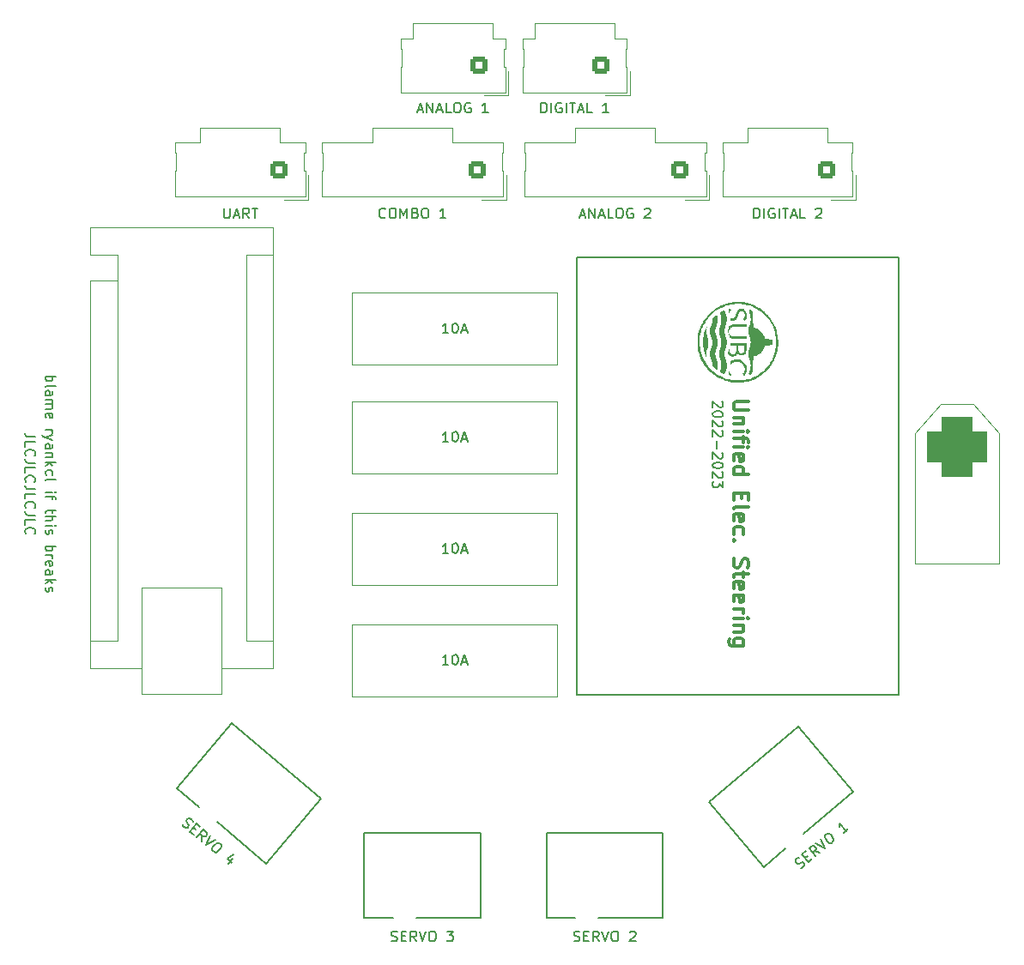
<source format=gto>
%TF.GenerationSoftware,KiCad,Pcbnew,(6.0.10)*%
%TF.CreationDate,2023-01-21T11:24:51-08:00*%
%TF.ProjectId,unified_elec_steering,756e6966-6965-4645-9f65-6c65635f7374,rev?*%
%TF.SameCoordinates,Original*%
%TF.FileFunction,Legend,Top*%
%TF.FilePolarity,Positive*%
%FSLAX46Y46*%
G04 Gerber Fmt 4.6, Leading zero omitted, Abs format (unit mm)*
G04 Created by KiCad (PCBNEW (6.0.10)) date 2023-01-21 11:24:51*
%MOMM*%
%LPD*%
G01*
G04 APERTURE LIST*
G04 Aperture macros list*
%AMRoundRect*
0 Rectangle with rounded corners*
0 $1 Rounding radius*
0 $2 $3 $4 $5 $6 $7 $8 $9 X,Y pos of 4 corners*
0 Add a 4 corners polygon primitive as box body*
4,1,4,$2,$3,$4,$5,$6,$7,$8,$9,$2,$3,0*
0 Add four circle primitives for the rounded corners*
1,1,$1+$1,$2,$3*
1,1,$1+$1,$4,$5*
1,1,$1+$1,$6,$7*
1,1,$1+$1,$8,$9*
0 Add four rect primitives between the rounded corners*
20,1,$1+$1,$2,$3,$4,$5,0*
20,1,$1+$1,$4,$5,$6,$7,0*
20,1,$1+$1,$6,$7,$8,$9,0*
20,1,$1+$1,$8,$9,$2,$3,0*%
G04 Aperture macros list end*
%ADD10C,0.150000*%
%ADD11C,0.300000*%
%ADD12C,0.120000*%
%ADD13C,0.127000*%
%ADD14C,0.836200*%
%ADD15C,0.876200*%
%ADD16C,0.010000*%
%ADD17RoundRect,0.250000X0.620000X0.620000X-0.620000X0.620000X-0.620000X-0.620000X0.620000X-0.620000X0*%
%ADD18C,1.740000*%
%ADD19C,2.540000*%
%ADD20C,2.235200*%
%ADD21C,1.600000*%
%ADD22C,2.180000*%
%ADD23C,3.810000*%
%ADD24R,3.810000X3.810000*%
%ADD25R,1.600000X1.600000*%
%ADD26O,1.600000X1.600000*%
%ADD27RoundRect,1.500000X-1.500000X1.500000X-1.500000X-1.500000X1.500000X-1.500000X1.500000X1.500000X0*%
%ADD28C,6.000000*%
G04 APERTURE END LIST*
D10*
X-46172380Y10595238D02*
X-45172380Y10595238D01*
X-45553333Y10595238D02*
X-45505714Y10500000D01*
X-45505714Y10309523D01*
X-45553333Y10214285D01*
X-45600952Y10166666D01*
X-45696190Y10119047D01*
X-45981904Y10119047D01*
X-46077142Y10166666D01*
X-46124761Y10214285D01*
X-46172380Y10309523D01*
X-46172380Y10500000D01*
X-46124761Y10595238D01*
X-46172380Y9547619D02*
X-46124761Y9642857D01*
X-46029523Y9690476D01*
X-45172380Y9690476D01*
X-46172380Y8738095D02*
X-45648571Y8738095D01*
X-45553333Y8785714D01*
X-45505714Y8880952D01*
X-45505714Y9071428D01*
X-45553333Y9166666D01*
X-46124761Y8738095D02*
X-46172380Y8833333D01*
X-46172380Y9071428D01*
X-46124761Y9166666D01*
X-46029523Y9214285D01*
X-45934285Y9214285D01*
X-45839047Y9166666D01*
X-45791428Y9071428D01*
X-45791428Y8833333D01*
X-45743809Y8738095D01*
X-46172380Y8261904D02*
X-45505714Y8261904D01*
X-45600952Y8261904D02*
X-45553333Y8214285D01*
X-45505714Y8119047D01*
X-45505714Y7976190D01*
X-45553333Y7880952D01*
X-45648571Y7833333D01*
X-46172380Y7833333D01*
X-45648571Y7833333D02*
X-45553333Y7785714D01*
X-45505714Y7690476D01*
X-45505714Y7547619D01*
X-45553333Y7452380D01*
X-45648571Y7404761D01*
X-46172380Y7404761D01*
X-46124761Y6547619D02*
X-46172380Y6642857D01*
X-46172380Y6833333D01*
X-46124761Y6928571D01*
X-46029523Y6976190D01*
X-45648571Y6976190D01*
X-45553333Y6928571D01*
X-45505714Y6833333D01*
X-45505714Y6642857D01*
X-45553333Y6547619D01*
X-45648571Y6500000D01*
X-45743809Y6500000D01*
X-45839047Y6976190D01*
X-46172380Y5309523D02*
X-45505714Y5309523D01*
X-45696190Y5309523D02*
X-45600952Y5261904D01*
X-45553333Y5214285D01*
X-45505714Y5119047D01*
X-45505714Y5023809D01*
X-45505714Y4785714D02*
X-46172380Y4547619D01*
X-45505714Y4309523D02*
X-46172380Y4547619D01*
X-46410476Y4642857D01*
X-46458095Y4690476D01*
X-46505714Y4785714D01*
X-46172380Y3500000D02*
X-45648571Y3500000D01*
X-45553333Y3547619D01*
X-45505714Y3642857D01*
X-45505714Y3833333D01*
X-45553333Y3928571D01*
X-46124761Y3500000D02*
X-46172380Y3595238D01*
X-46172380Y3833333D01*
X-46124761Y3928571D01*
X-46029523Y3976190D01*
X-45934285Y3976190D01*
X-45839047Y3928571D01*
X-45791428Y3833333D01*
X-45791428Y3595238D01*
X-45743809Y3500000D01*
X-45505714Y3023809D02*
X-46172380Y3023809D01*
X-45600952Y3023809D02*
X-45553333Y2976190D01*
X-45505714Y2880952D01*
X-45505714Y2738095D01*
X-45553333Y2642857D01*
X-45648571Y2595238D01*
X-46172380Y2595238D01*
X-46172380Y2119047D02*
X-45172380Y2119047D01*
X-45791428Y2023809D02*
X-46172380Y1738095D01*
X-45505714Y1738095D02*
X-45886666Y2119047D01*
X-46124761Y880952D02*
X-46172380Y976190D01*
X-46172380Y1166666D01*
X-46124761Y1261904D01*
X-46077142Y1309523D01*
X-45981904Y1357142D01*
X-45696190Y1357142D01*
X-45600952Y1309523D01*
X-45553333Y1261904D01*
X-45505714Y1166666D01*
X-45505714Y976190D01*
X-45553333Y880952D01*
X-46172380Y309523D02*
X-46124761Y404761D01*
X-46029523Y452380D01*
X-45172380Y452380D01*
X-46172380Y-833333D02*
X-45505714Y-833333D01*
X-45172380Y-833333D02*
X-45220000Y-785714D01*
X-45267619Y-833333D01*
X-45220000Y-880952D01*
X-45172380Y-833333D01*
X-45267619Y-833333D01*
X-45505714Y-1166666D02*
X-45505714Y-1547619D01*
X-46172380Y-1309523D02*
X-45315238Y-1309523D01*
X-45220000Y-1357142D01*
X-45172380Y-1452380D01*
X-45172380Y-1547619D01*
X-45505714Y-2499999D02*
X-45505714Y-2880952D01*
X-45172380Y-2642857D02*
X-46029523Y-2642857D01*
X-46124761Y-2690476D01*
X-46172380Y-2785714D01*
X-46172380Y-2880952D01*
X-46172380Y-3214285D02*
X-45172380Y-3214285D01*
X-46172380Y-3642857D02*
X-45648571Y-3642857D01*
X-45553333Y-3595238D01*
X-45505714Y-3499999D01*
X-45505714Y-3357142D01*
X-45553333Y-3261904D01*
X-45600952Y-3214285D01*
X-46172380Y-4119047D02*
X-45505714Y-4119047D01*
X-45172380Y-4119047D02*
X-45220000Y-4071428D01*
X-45267619Y-4119047D01*
X-45220000Y-4166666D01*
X-45172380Y-4119047D01*
X-45267619Y-4119047D01*
X-46124761Y-4547619D02*
X-46172380Y-4642857D01*
X-46172380Y-4833333D01*
X-46124761Y-4928571D01*
X-46029523Y-4976190D01*
X-45981904Y-4976190D01*
X-45886666Y-4928571D01*
X-45839047Y-4833333D01*
X-45839047Y-4690476D01*
X-45791428Y-4595238D01*
X-45696190Y-4547619D01*
X-45648571Y-4547619D01*
X-45553333Y-4595238D01*
X-45505714Y-4690476D01*
X-45505714Y-4833333D01*
X-45553333Y-4928571D01*
X-46172380Y-6166666D02*
X-45172380Y-6166666D01*
X-45553333Y-6166666D02*
X-45505714Y-6261904D01*
X-45505714Y-6452380D01*
X-45553333Y-6547619D01*
X-45600952Y-6595238D01*
X-45696190Y-6642857D01*
X-45981904Y-6642857D01*
X-46077142Y-6595238D01*
X-46124761Y-6547619D01*
X-46172380Y-6452380D01*
X-46172380Y-6261904D01*
X-46124761Y-6166666D01*
X-46172380Y-7071428D02*
X-45505714Y-7071428D01*
X-45696190Y-7071428D02*
X-45600952Y-7119047D01*
X-45553333Y-7166666D01*
X-45505714Y-7261904D01*
X-45505714Y-7357142D01*
X-46124761Y-8071428D02*
X-46172380Y-7976190D01*
X-46172380Y-7785714D01*
X-46124761Y-7690476D01*
X-46029523Y-7642857D01*
X-45648571Y-7642857D01*
X-45553333Y-7690476D01*
X-45505714Y-7785714D01*
X-45505714Y-7976190D01*
X-45553333Y-8071428D01*
X-45648571Y-8119047D01*
X-45743809Y-8119047D01*
X-45839047Y-7642857D01*
X-46172380Y-8976190D02*
X-45648571Y-8976190D01*
X-45553333Y-8928571D01*
X-45505714Y-8833333D01*
X-45505714Y-8642857D01*
X-45553333Y-8547619D01*
X-46124761Y-8976190D02*
X-46172380Y-8880952D01*
X-46172380Y-8642857D01*
X-46124761Y-8547619D01*
X-46029523Y-8499999D01*
X-45934285Y-8499999D01*
X-45839047Y-8547619D01*
X-45791428Y-8642857D01*
X-45791428Y-8880952D01*
X-45743809Y-8976190D01*
X-46172380Y-9452380D02*
X-45172380Y-9452380D01*
X-45791428Y-9547619D02*
X-46172380Y-9833333D01*
X-45505714Y-9833333D02*
X-45886666Y-9452380D01*
X-46124761Y-10214285D02*
X-46172380Y-10309523D01*
X-46172380Y-10499999D01*
X-46124761Y-10595238D01*
X-46029523Y-10642857D01*
X-45981904Y-10642857D01*
X-45886666Y-10595238D01*
X-45839047Y-10499999D01*
X-45839047Y-10357142D01*
X-45791428Y-10261904D01*
X-45696190Y-10214285D01*
X-45648571Y-10214285D01*
X-45553333Y-10261904D01*
X-45505714Y-10357142D01*
X-45505714Y-10499999D01*
X-45553333Y-10595238D01*
X-47204380Y4619047D02*
X-47918666Y4619047D01*
X-48061523Y4666666D01*
X-48156761Y4761904D01*
X-48204380Y4904761D01*
X-48204380Y5000000D01*
X-48204380Y3666666D02*
X-48204380Y4142857D01*
X-47204380Y4142857D01*
X-48109142Y2761904D02*
X-48156761Y2809523D01*
X-48204380Y2952380D01*
X-48204380Y3047619D01*
X-48156761Y3190476D01*
X-48061523Y3285714D01*
X-47966285Y3333333D01*
X-47775809Y3380952D01*
X-47632952Y3380952D01*
X-47442476Y3333333D01*
X-47347238Y3285714D01*
X-47252000Y3190476D01*
X-47204380Y3047619D01*
X-47204380Y2952380D01*
X-47252000Y2809523D01*
X-47299619Y2761904D01*
X-47204380Y2047619D02*
X-47918666Y2047619D01*
X-48061523Y2095238D01*
X-48156761Y2190476D01*
X-48204380Y2333333D01*
X-48204380Y2428571D01*
X-48204380Y1095238D02*
X-48204380Y1571428D01*
X-47204380Y1571428D01*
X-48109142Y190476D02*
X-48156761Y238095D01*
X-48204380Y380952D01*
X-48204380Y476190D01*
X-48156761Y619047D01*
X-48061523Y714285D01*
X-47966285Y761904D01*
X-47775809Y809523D01*
X-47632952Y809523D01*
X-47442476Y761904D01*
X-47347238Y714285D01*
X-47252000Y619047D01*
X-47204380Y476190D01*
X-47204380Y380952D01*
X-47252000Y238095D01*
X-47299619Y190476D01*
X-47204380Y-523809D02*
X-47918666Y-523809D01*
X-48061523Y-476190D01*
X-48156761Y-380952D01*
X-48204380Y-238095D01*
X-48204380Y-142857D01*
X-48204380Y-1476190D02*
X-48204380Y-999999D01*
X-47204380Y-1000000D01*
X-48109142Y-2380952D02*
X-48156761Y-2333333D01*
X-48204380Y-2190476D01*
X-48204380Y-2095238D01*
X-48156761Y-1952380D01*
X-48061523Y-1857142D01*
X-47966285Y-1809523D01*
X-47775809Y-1761904D01*
X-47632952Y-1761904D01*
X-47442476Y-1809523D01*
X-47347238Y-1857142D01*
X-47252000Y-1952380D01*
X-47204380Y-2095238D01*
X-47204380Y-2190476D01*
X-47252000Y-2333333D01*
X-47299619Y-2380952D01*
X-47204380Y-3095238D02*
X-47918666Y-3095238D01*
X-48061523Y-3047619D01*
X-48156761Y-2952380D01*
X-48204380Y-2809523D01*
X-48204380Y-2714285D01*
X-48204380Y-4047619D02*
X-48204380Y-3571428D01*
X-47204380Y-3571428D01*
X-48109142Y-4952380D02*
X-48156761Y-4904761D01*
X-48204380Y-4761904D01*
X-48204380Y-4666666D01*
X-48156761Y-4523809D01*
X-48061523Y-4428571D01*
X-47966285Y-4380952D01*
X-47775809Y-4333333D01*
X-47632952Y-4333333D01*
X-47442476Y-4380952D01*
X-47347238Y-4428571D01*
X-47252000Y-4523809D01*
X-47204380Y-4666666D01*
X-47204380Y-4761904D01*
X-47252000Y-4904761D01*
X-47299619Y-4952380D01*
X-6461047Y-17857380D02*
X-7032476Y-17857380D01*
X-6746761Y-17857380D02*
X-6746761Y-16857380D01*
X-6842000Y-17000238D01*
X-6937238Y-17095476D01*
X-7032476Y-17143095D01*
X-5842000Y-16857380D02*
X-5746761Y-16857380D01*
X-5651523Y-16905000D01*
X-5603904Y-16952619D01*
X-5556285Y-17047857D01*
X-5508666Y-17238333D01*
X-5508666Y-17476428D01*
X-5556285Y-17666904D01*
X-5603904Y-17762142D01*
X-5651523Y-17809761D01*
X-5746761Y-17857380D01*
X-5842000Y-17857380D01*
X-5937238Y-17809761D01*
X-5984857Y-17762142D01*
X-6032476Y-17666904D01*
X-6080095Y-17476428D01*
X-6080095Y-17238333D01*
X-6032476Y-17047857D01*
X-5984857Y-16952619D01*
X-5937238Y-16905000D01*
X-5842000Y-16857380D01*
X-5127714Y-17571666D02*
X-4651523Y-17571666D01*
X-5222952Y-17857380D02*
X-4889619Y-16857380D01*
X-4556285Y-17857380D01*
X-6461047Y-6857380D02*
X-7032476Y-6857380D01*
X-6746761Y-6857380D02*
X-6746761Y-5857380D01*
X-6842000Y-6000238D01*
X-6937238Y-6095476D01*
X-7032476Y-6143095D01*
X-5842000Y-5857380D02*
X-5746761Y-5857380D01*
X-5651523Y-5905000D01*
X-5603904Y-5952619D01*
X-5556285Y-6047857D01*
X-5508666Y-6238333D01*
X-5508666Y-6476428D01*
X-5556285Y-6666904D01*
X-5603904Y-6762142D01*
X-5651523Y-6809761D01*
X-5746761Y-6857380D01*
X-5842000Y-6857380D01*
X-5937238Y-6809761D01*
X-5984857Y-6762142D01*
X-6032476Y-6666904D01*
X-6080095Y-6476428D01*
X-6080095Y-6238333D01*
X-6032476Y-6047857D01*
X-5984857Y-5952619D01*
X-5937238Y-5905000D01*
X-5842000Y-5857380D01*
X-5127714Y-6571666D02*
X-4651523Y-6571666D01*
X-5222952Y-6857380D02*
X-4889619Y-5857380D01*
X-4556285Y-6857380D01*
X-6461047Y4142619D02*
X-7032476Y4142619D01*
X-6746761Y4142619D02*
X-6746761Y5142619D01*
X-6842000Y4999761D01*
X-6937238Y4904523D01*
X-7032476Y4856904D01*
X-5842000Y5142619D02*
X-5746761Y5142619D01*
X-5651523Y5095000D01*
X-5603904Y5047380D01*
X-5556285Y4952142D01*
X-5508666Y4761666D01*
X-5508666Y4523571D01*
X-5556285Y4333095D01*
X-5603904Y4237857D01*
X-5651523Y4190238D01*
X-5746761Y4142619D01*
X-5842000Y4142619D01*
X-5937238Y4190238D01*
X-5984857Y4237857D01*
X-6032476Y4333095D01*
X-6080095Y4523571D01*
X-6080095Y4761666D01*
X-6032476Y4952142D01*
X-5984857Y5047380D01*
X-5937238Y5095000D01*
X-5842000Y5142619D01*
X-5127714Y4428333D02*
X-4651523Y4428333D01*
X-5222952Y4142619D02*
X-4889619Y5142619D01*
X-4556285Y4142619D01*
X-6461047Y14865619D02*
X-7032476Y14865619D01*
X-6746761Y14865619D02*
X-6746761Y15865619D01*
X-6842000Y15722761D01*
X-6937238Y15627523D01*
X-7032476Y15579904D01*
X-5842000Y15865619D02*
X-5746761Y15865619D01*
X-5651523Y15818000D01*
X-5603904Y15770380D01*
X-5556285Y15675142D01*
X-5508666Y15484666D01*
X-5508666Y15246571D01*
X-5556285Y15056095D01*
X-5603904Y14960857D01*
X-5651523Y14913238D01*
X-5746761Y14865619D01*
X-5842000Y14865619D01*
X-5937238Y14913238D01*
X-5984857Y14960857D01*
X-6032476Y15056095D01*
X-6080095Y15246571D01*
X-6080095Y15484666D01*
X-6032476Y15675142D01*
X-5984857Y15770380D01*
X-5937238Y15818000D01*
X-5842000Y15865619D01*
X-5127714Y15151333D02*
X-4651523Y15151333D01*
X-5222952Y14865619D02*
X-4889619Y15865619D01*
X-4556285Y14865619D01*
X28278564Y-37956037D02*
X28418608Y-37900688D01*
X28600999Y-37747644D01*
X28643347Y-37649948D01*
X28649216Y-37582860D01*
X28624477Y-37479295D01*
X28563259Y-37406338D01*
X28465563Y-37363990D01*
X28398475Y-37358121D01*
X28294910Y-37382861D01*
X28118388Y-37468818D01*
X28014822Y-37493558D01*
X27947735Y-37487688D01*
X27850039Y-37445341D01*
X27788821Y-37372384D01*
X27764081Y-37268818D01*
X27769951Y-37201731D01*
X27812298Y-37104035D01*
X27994690Y-36950990D01*
X28134734Y-36895642D01*
X28738519Y-36948466D02*
X28993867Y-36734204D01*
X29440000Y-37043638D02*
X29075217Y-37349728D01*
X28432430Y-36583683D01*
X28797213Y-36277594D01*
X30206045Y-36400851D02*
X29644607Y-36250330D01*
X29768305Y-36768158D02*
X29125517Y-36002113D01*
X29417344Y-35757242D01*
X29520909Y-35732502D01*
X29587997Y-35738372D01*
X29685693Y-35780719D01*
X29777520Y-35890154D01*
X29802259Y-35993720D01*
X29796390Y-36060807D01*
X29754042Y-36158503D01*
X29462216Y-36403375D01*
X29782127Y-35451153D02*
X30680263Y-36002934D01*
X30292823Y-35022628D01*
X30694085Y-34685929D02*
X30839998Y-34563493D01*
X30943563Y-34538754D01*
X31077738Y-34550493D01*
X31236652Y-34665797D01*
X31450914Y-34921145D01*
X31536872Y-35097667D01*
X31525133Y-35231842D01*
X31482785Y-35329538D01*
X31336872Y-35451974D01*
X31233307Y-35476713D01*
X31099132Y-35464974D01*
X30940218Y-35349670D01*
X30725956Y-35094322D01*
X30639998Y-34917800D01*
X30651737Y-34783625D01*
X30694085Y-34685929D01*
X32978396Y-34074572D02*
X32540656Y-34441879D01*
X32759526Y-34258225D02*
X32116739Y-33492181D01*
X32135609Y-33662834D01*
X32123870Y-33797008D01*
X32081522Y-33894704D01*
X5917387Y-45108761D02*
X6060245Y-45156380D01*
X6298340Y-45156380D01*
X6393578Y-45108761D01*
X6441197Y-45061142D01*
X6488816Y-44965904D01*
X6488816Y-44870666D01*
X6441197Y-44775428D01*
X6393578Y-44727809D01*
X6298340Y-44680190D01*
X6107864Y-44632571D01*
X6012626Y-44584952D01*
X5965007Y-44537333D01*
X5917387Y-44442095D01*
X5917387Y-44346857D01*
X5965007Y-44251619D01*
X6012626Y-44204000D01*
X6107864Y-44156380D01*
X6345959Y-44156380D01*
X6488816Y-44204000D01*
X6917387Y-44632571D02*
X7250721Y-44632571D01*
X7393578Y-45156380D02*
X6917387Y-45156380D01*
X6917387Y-44156380D01*
X7393578Y-44156380D01*
X8393578Y-45156380D02*
X8060245Y-44680190D01*
X7822149Y-45156380D02*
X7822149Y-44156380D01*
X8203102Y-44156380D01*
X8298340Y-44204000D01*
X8345959Y-44251619D01*
X8393578Y-44346857D01*
X8393578Y-44489714D01*
X8345959Y-44584952D01*
X8298340Y-44632571D01*
X8203102Y-44680190D01*
X7822149Y-44680190D01*
X8679292Y-44156380D02*
X9012626Y-45156380D01*
X9345959Y-44156380D01*
X9869768Y-44156380D02*
X10060245Y-44156380D01*
X10155483Y-44204000D01*
X10250721Y-44299238D01*
X10298340Y-44489714D01*
X10298340Y-44823047D01*
X10250721Y-45013523D01*
X10155483Y-45108761D01*
X10060245Y-45156380D01*
X9869768Y-45156380D01*
X9774530Y-45108761D01*
X9679292Y-45013523D01*
X9631673Y-44823047D01*
X9631673Y-44489714D01*
X9679292Y-44299238D01*
X9774530Y-44204000D01*
X9869768Y-44156380D01*
X11441197Y-44251619D02*
X11488816Y-44204000D01*
X11584054Y-44156380D01*
X11822149Y-44156380D01*
X11917387Y-44204000D01*
X11965007Y-44251619D01*
X12012626Y-44346857D01*
X12012626Y-44442095D01*
X11965007Y-44584952D01*
X11393578Y-45156380D01*
X12012626Y-45156380D01*
X-12082612Y-45108761D02*
X-11939754Y-45156380D01*
X-11701659Y-45156380D01*
X-11606421Y-45108761D01*
X-11558802Y-45061142D01*
X-11511183Y-44965904D01*
X-11511183Y-44870666D01*
X-11558802Y-44775428D01*
X-11606421Y-44727809D01*
X-11701659Y-44680190D01*
X-11892135Y-44632571D01*
X-11987373Y-44584952D01*
X-12034993Y-44537333D01*
X-12082612Y-44442095D01*
X-12082612Y-44346857D01*
X-12034993Y-44251619D01*
X-11987373Y-44204000D01*
X-11892135Y-44156380D01*
X-11654040Y-44156380D01*
X-11511183Y-44204000D01*
X-11082612Y-44632571D02*
X-10749278Y-44632571D01*
X-10606421Y-45156380D02*
X-11082612Y-45156380D01*
X-11082612Y-44156380D01*
X-10606421Y-44156380D01*
X-9606421Y-45156380D02*
X-9939754Y-44680190D01*
X-10177850Y-45156380D02*
X-10177850Y-44156380D01*
X-9796897Y-44156380D01*
X-9701659Y-44204000D01*
X-9654040Y-44251619D01*
X-9606421Y-44346857D01*
X-9606421Y-44489714D01*
X-9654040Y-44584952D01*
X-9701659Y-44632571D01*
X-9796897Y-44680190D01*
X-10177850Y-44680190D01*
X-9320707Y-44156380D02*
X-8987373Y-45156380D01*
X-8654040Y-44156380D01*
X-8130231Y-44156380D02*
X-7939754Y-44156380D01*
X-7844516Y-44204000D01*
X-7749278Y-44299238D01*
X-7701659Y-44489714D01*
X-7701659Y-44823047D01*
X-7749278Y-45013523D01*
X-7844516Y-45108761D01*
X-7939754Y-45156380D01*
X-8130231Y-45156380D01*
X-8225469Y-45108761D01*
X-8320707Y-45013523D01*
X-8368326Y-44823047D01*
X-8368326Y-44489714D01*
X-8320707Y-44299238D01*
X-8225469Y-44204000D01*
X-8130231Y-44156380D01*
X-6606421Y-44156380D02*
X-5987373Y-44156380D01*
X-6320707Y-44537333D01*
X-6177850Y-44537333D01*
X-6082612Y-44584952D01*
X-6034993Y-44632571D01*
X-5987373Y-44727809D01*
X-5987373Y-44965904D01*
X-6034993Y-45061142D01*
X-6082612Y-45108761D01*
X-6177850Y-45156380D01*
X-6463564Y-45156380D01*
X-6558802Y-45108761D01*
X-6606421Y-45061142D01*
X-32692015Y-33657093D02*
X-32613189Y-33785398D01*
X-32430798Y-33938443D01*
X-32327232Y-33963183D01*
X-32260145Y-33957313D01*
X-32162449Y-33914966D01*
X-32101231Y-33842009D01*
X-32076491Y-33738443D01*
X-32082361Y-33671356D01*
X-32124708Y-33573660D01*
X-32240013Y-33414746D01*
X-32282360Y-33317050D01*
X-32288230Y-33249963D01*
X-32263490Y-33146397D01*
X-32202272Y-33073440D01*
X-32104576Y-33031093D01*
X-32037489Y-33025223D01*
X-31933923Y-33049963D01*
X-31751532Y-33203008D01*
X-31672706Y-33331313D01*
X-31619881Y-33935098D02*
X-31364533Y-34149360D01*
X-31591796Y-34642449D02*
X-31956580Y-34336359D01*
X-31313792Y-33570315D01*
X-30949009Y-33876404D01*
X-30825752Y-35285236D02*
X-30775011Y-34706191D01*
X-31263492Y-34917929D02*
X-30620704Y-34151885D01*
X-30328878Y-34396756D01*
X-30286530Y-34494452D01*
X-30280661Y-34561539D01*
X-30305400Y-34665105D01*
X-30397227Y-34774540D01*
X-30494923Y-34816888D01*
X-30562010Y-34822757D01*
X-30665576Y-34798017D01*
X-30957402Y-34553146D01*
X-29964095Y-34702845D02*
X-30351534Y-35683152D01*
X-29453398Y-35131370D01*
X-29052137Y-35468069D02*
X-28906224Y-35590504D01*
X-28863876Y-35688201D01*
X-28852137Y-35822375D01*
X-28938095Y-35998897D01*
X-29152357Y-36254245D01*
X-29311271Y-36369550D01*
X-29445446Y-36381288D01*
X-29549011Y-36356549D01*
X-29694925Y-36234113D01*
X-29737272Y-36136417D01*
X-29749011Y-36002243D01*
X-29663054Y-35825720D01*
X-29448791Y-35570372D01*
X-29289877Y-35455068D01*
X-29155702Y-35443329D01*
X-29052137Y-35468069D01*
X-27697832Y-37039601D02*
X-28126357Y-37550297D01*
X-27635352Y-36594730D02*
X-28276878Y-36988860D01*
X-27802660Y-37386776D01*
X-12666666Y26312857D02*
X-12714285Y26265238D01*
X-12857142Y26217619D01*
X-12952380Y26217619D01*
X-13095238Y26265238D01*
X-13190476Y26360476D01*
X-13238095Y26455714D01*
X-13285714Y26646190D01*
X-13285714Y26789047D01*
X-13238095Y26979523D01*
X-13190476Y27074761D01*
X-13095238Y27170000D01*
X-12952380Y27217619D01*
X-12857142Y27217619D01*
X-12714285Y27170000D01*
X-12666666Y27122380D01*
X-12047619Y27217619D02*
X-11857142Y27217619D01*
X-11761904Y27170000D01*
X-11666666Y27074761D01*
X-11619047Y26884285D01*
X-11619047Y26550952D01*
X-11666666Y26360476D01*
X-11761904Y26265238D01*
X-11857142Y26217619D01*
X-12047619Y26217619D01*
X-12142857Y26265238D01*
X-12238095Y26360476D01*
X-12285714Y26550952D01*
X-12285714Y26884285D01*
X-12238095Y27074761D01*
X-12142857Y27170000D01*
X-12047619Y27217619D01*
X-11190476Y26217619D02*
X-11190476Y27217619D01*
X-10857142Y26503333D01*
X-10523809Y27217619D01*
X-10523809Y26217619D01*
X-9714285Y26741428D02*
X-9571428Y26693809D01*
X-9523809Y26646190D01*
X-9476190Y26550952D01*
X-9476190Y26408095D01*
X-9523809Y26312857D01*
X-9571428Y26265238D01*
X-9666666Y26217619D01*
X-10047619Y26217619D01*
X-10047619Y27217619D01*
X-9714285Y27217619D01*
X-9619047Y27170000D01*
X-9571428Y27122380D01*
X-9523809Y27027142D01*
X-9523809Y26931904D01*
X-9571428Y26836666D01*
X-9619047Y26789047D01*
X-9714285Y26741428D01*
X-10047619Y26741428D01*
X-8857142Y27217619D02*
X-8666666Y27217619D01*
X-8571428Y27170000D01*
X-8476190Y27074761D01*
X-8428571Y26884285D01*
X-8428571Y26550952D01*
X-8476190Y26360476D01*
X-8571428Y26265238D01*
X-8666666Y26217619D01*
X-8857142Y26217619D01*
X-8952380Y26265238D01*
X-9047619Y26360476D01*
X-9095238Y26550952D01*
X-9095238Y26884285D01*
X-9047619Y27074761D01*
X-8952380Y27170000D01*
X-8857142Y27217619D01*
X-6714285Y26217619D02*
X-7285714Y26217619D01*
X-7000000Y26217619D02*
X-7000000Y27217619D01*
X-7095238Y27074761D01*
X-7190476Y26979523D01*
X-7285714Y26931904D01*
X23690476Y26217619D02*
X23690476Y27217619D01*
X23928571Y27217619D01*
X24071428Y27170000D01*
X24166666Y27074761D01*
X24214285Y26979523D01*
X24261904Y26789047D01*
X24261904Y26646190D01*
X24214285Y26455714D01*
X24166666Y26360476D01*
X24071428Y26265238D01*
X23928571Y26217619D01*
X23690476Y26217619D01*
X24690476Y26217619D02*
X24690476Y27217619D01*
X25690476Y27170000D02*
X25595238Y27217619D01*
X25452380Y27217619D01*
X25309523Y27170000D01*
X25214285Y27074761D01*
X25166666Y26979523D01*
X25119047Y26789047D01*
X25119047Y26646190D01*
X25166666Y26455714D01*
X25214285Y26360476D01*
X25309523Y26265238D01*
X25452380Y26217619D01*
X25547619Y26217619D01*
X25690476Y26265238D01*
X25738095Y26312857D01*
X25738095Y26646190D01*
X25547619Y26646190D01*
X26166666Y26217619D02*
X26166666Y27217619D01*
X26500000Y27217619D02*
X27071428Y27217619D01*
X26785714Y26217619D02*
X26785714Y27217619D01*
X27357142Y26503333D02*
X27833333Y26503333D01*
X27261904Y26217619D02*
X27595238Y27217619D01*
X27928571Y26217619D01*
X28738095Y26217619D02*
X28261904Y26217619D01*
X28261904Y27217619D01*
X29785714Y27122380D02*
X29833333Y27170000D01*
X29928571Y27217619D01*
X30166666Y27217619D01*
X30261904Y27170000D01*
X30309523Y27122380D01*
X30357142Y27027142D01*
X30357142Y26931904D01*
X30309523Y26789047D01*
X29738095Y26217619D01*
X30357142Y26217619D01*
X6523809Y26503333D02*
X7000000Y26503333D01*
X6428571Y26217619D02*
X6761904Y27217619D01*
X7095238Y26217619D01*
X7428571Y26217619D02*
X7428571Y27217619D01*
X8000000Y26217619D01*
X8000000Y27217619D01*
X8428571Y26503333D02*
X8904761Y26503333D01*
X8333333Y26217619D02*
X8666666Y27217619D01*
X9000000Y26217619D01*
X9809523Y26217619D02*
X9333333Y26217619D01*
X9333333Y27217619D01*
X10333333Y27217619D02*
X10523809Y27217619D01*
X10619047Y27170000D01*
X10714285Y27074761D01*
X10761904Y26884285D01*
X10761904Y26550952D01*
X10714285Y26360476D01*
X10619047Y26265238D01*
X10523809Y26217619D01*
X10333333Y26217619D01*
X10238095Y26265238D01*
X10142857Y26360476D01*
X10095238Y26550952D01*
X10095238Y26884285D01*
X10142857Y27074761D01*
X10238095Y27170000D01*
X10333333Y27217619D01*
X11714285Y27170000D02*
X11619047Y27217619D01*
X11476190Y27217619D01*
X11333333Y27170000D01*
X11238095Y27074761D01*
X11190476Y26979523D01*
X11142857Y26789047D01*
X11142857Y26646190D01*
X11190476Y26455714D01*
X11238095Y26360476D01*
X11333333Y26265238D01*
X11476190Y26217619D01*
X11571428Y26217619D01*
X11714285Y26265238D01*
X11761904Y26312857D01*
X11761904Y26646190D01*
X11571428Y26646190D01*
X12904761Y27122380D02*
X12952380Y27170000D01*
X13047619Y27217619D01*
X13285714Y27217619D01*
X13380952Y27170000D01*
X13428571Y27122380D01*
X13476190Y27027142D01*
X13476190Y26931904D01*
X13428571Y26789047D01*
X12857142Y26217619D01*
X13476190Y26217619D01*
X-28595238Y27217619D02*
X-28595238Y26408095D01*
X-28547619Y26312857D01*
X-28500000Y26265238D01*
X-28404761Y26217619D01*
X-28214285Y26217619D01*
X-28119047Y26265238D01*
X-28071428Y26312857D01*
X-28023809Y26408095D01*
X-28023809Y27217619D01*
X-27595238Y26503333D02*
X-27119047Y26503333D01*
X-27690476Y26217619D02*
X-27357142Y27217619D01*
X-27023809Y26217619D01*
X-26119047Y26217619D02*
X-26452380Y26693809D01*
X-26690476Y26217619D02*
X-26690476Y27217619D01*
X-26309523Y27217619D01*
X-26214285Y27170000D01*
X-26166666Y27122380D01*
X-26119047Y27027142D01*
X-26119047Y26884285D01*
X-26166666Y26789047D01*
X-26214285Y26741428D01*
X-26309523Y26693809D01*
X-26690476Y26693809D01*
X-25833333Y27217619D02*
X-25261904Y27217619D01*
X-25547619Y26217619D02*
X-25547619Y27217619D01*
X-9476190Y36917333D02*
X-9000000Y36917333D01*
X-9571428Y36631619D02*
X-9238095Y37631619D01*
X-8904761Y36631619D01*
X-8571428Y36631619D02*
X-8571428Y37631619D01*
X-8000000Y36631619D01*
X-8000000Y37631619D01*
X-7571428Y36917333D02*
X-7095238Y36917333D01*
X-7666666Y36631619D02*
X-7333333Y37631619D01*
X-7000000Y36631619D01*
X-6190476Y36631619D02*
X-6666666Y36631619D01*
X-6666666Y37631619D01*
X-5666666Y37631619D02*
X-5476190Y37631619D01*
X-5380952Y37584000D01*
X-5285714Y37488761D01*
X-5238095Y37298285D01*
X-5238095Y36964952D01*
X-5285714Y36774476D01*
X-5380952Y36679238D01*
X-5476190Y36631619D01*
X-5666666Y36631619D01*
X-5761904Y36679238D01*
X-5857142Y36774476D01*
X-5904761Y36964952D01*
X-5904761Y37298285D01*
X-5857142Y37488761D01*
X-5761904Y37584000D01*
X-5666666Y37631619D01*
X-4285714Y37584000D02*
X-4380952Y37631619D01*
X-4523809Y37631619D01*
X-4666666Y37584000D01*
X-4761904Y37488761D01*
X-4809523Y37393523D01*
X-4857142Y37203047D01*
X-4857142Y37060190D01*
X-4809523Y36869714D01*
X-4761904Y36774476D01*
X-4666666Y36679238D01*
X-4523809Y36631619D01*
X-4428571Y36631619D01*
X-4285714Y36679238D01*
X-4238095Y36726857D01*
X-4238095Y37060190D01*
X-4428571Y37060190D01*
X-2523809Y36631619D02*
X-3095238Y36631619D01*
X-2809523Y36631619D02*
X-2809523Y37631619D01*
X-2904761Y37488761D01*
X-3000000Y37393523D01*
X-3095238Y37345904D01*
X2690476Y36631619D02*
X2690476Y37631619D01*
X2928571Y37631619D01*
X3071428Y37584000D01*
X3166666Y37488761D01*
X3214285Y37393523D01*
X3261904Y37203047D01*
X3261904Y37060190D01*
X3214285Y36869714D01*
X3166666Y36774476D01*
X3071428Y36679238D01*
X2928571Y36631619D01*
X2690476Y36631619D01*
X3690476Y36631619D02*
X3690476Y37631619D01*
X4690476Y37584000D02*
X4595238Y37631619D01*
X4452380Y37631619D01*
X4309523Y37584000D01*
X4214285Y37488761D01*
X4166666Y37393523D01*
X4119047Y37203047D01*
X4119047Y37060190D01*
X4166666Y36869714D01*
X4214285Y36774476D01*
X4309523Y36679238D01*
X4452380Y36631619D01*
X4547619Y36631619D01*
X4690476Y36679238D01*
X4738095Y36726857D01*
X4738095Y37060190D01*
X4547619Y37060190D01*
X5166666Y36631619D02*
X5166666Y37631619D01*
X5500000Y37631619D02*
X6071428Y37631619D01*
X5785714Y36631619D02*
X5785714Y37631619D01*
X6357142Y36917333D02*
X6833333Y36917333D01*
X6261904Y36631619D02*
X6595238Y37631619D01*
X6928571Y36631619D01*
X7738095Y36631619D02*
X7261904Y36631619D01*
X7261904Y37631619D01*
X9357142Y36631619D02*
X8785714Y36631619D01*
X9071428Y36631619D02*
X9071428Y37631619D01*
X8976190Y37488761D01*
X8880952Y37393523D01*
X8785714Y37345904D01*
X20518584Y8106731D02*
X20566204Y8059112D01*
X20613823Y7963874D01*
X20613823Y7725779D01*
X20566204Y7630541D01*
X20518584Y7582922D01*
X20423346Y7535303D01*
X20328108Y7535303D01*
X20185251Y7582922D01*
X19613823Y8154350D01*
X19613823Y7535303D01*
X20613823Y6916255D02*
X20613823Y6821017D01*
X20566204Y6725779D01*
X20518584Y6678160D01*
X20423346Y6630541D01*
X20232870Y6582922D01*
X19994775Y6582922D01*
X19804299Y6630541D01*
X19709061Y6678160D01*
X19661442Y6725779D01*
X19613823Y6821017D01*
X19613823Y6916255D01*
X19661442Y7011493D01*
X19709061Y7059112D01*
X19804299Y7106731D01*
X19994775Y7154350D01*
X20232870Y7154350D01*
X20423346Y7106731D01*
X20518584Y7059112D01*
X20566204Y7011493D01*
X20613823Y6916255D01*
X20518584Y6201969D02*
X20566204Y6154350D01*
X20613823Y6059112D01*
X20613823Y5821017D01*
X20566204Y5725779D01*
X20518584Y5678160D01*
X20423346Y5630541D01*
X20328108Y5630541D01*
X20185251Y5678160D01*
X19613823Y6249588D01*
X19613823Y5630541D01*
X20518584Y5249588D02*
X20566204Y5201969D01*
X20613823Y5106731D01*
X20613823Y4868636D01*
X20566204Y4773398D01*
X20518584Y4725779D01*
X20423346Y4678160D01*
X20328108Y4678160D01*
X20185251Y4725779D01*
X19613823Y5297208D01*
X19613823Y4678160D01*
X19994775Y4249588D02*
X19994775Y3487684D01*
X20518584Y3059112D02*
X20566204Y3011493D01*
X20613823Y2916255D01*
X20613823Y2678160D01*
X20566204Y2582922D01*
X20518584Y2535303D01*
X20423346Y2487684D01*
X20328108Y2487684D01*
X20185251Y2535303D01*
X19613823Y3106731D01*
X19613823Y2487684D01*
X20613823Y1868636D02*
X20613823Y1773398D01*
X20566204Y1678160D01*
X20518584Y1630541D01*
X20423346Y1582922D01*
X20232870Y1535303D01*
X19994775Y1535303D01*
X19804299Y1582922D01*
X19709061Y1630541D01*
X19661442Y1678160D01*
X19613823Y1773398D01*
X19613823Y1868636D01*
X19661442Y1963874D01*
X19709061Y2011493D01*
X19804299Y2059112D01*
X19994775Y2106731D01*
X20232870Y2106731D01*
X20423346Y2059112D01*
X20518584Y2011493D01*
X20566204Y1963874D01*
X20613823Y1868636D01*
X20518584Y1154350D02*
X20566204Y1106731D01*
X20613823Y1011493D01*
X20613823Y773398D01*
X20566204Y678160D01*
X20518584Y630541D01*
X20423346Y582922D01*
X20328108Y582922D01*
X20185251Y630541D01*
X19613823Y1201969D01*
X19613823Y582922D01*
X20613823Y249588D02*
X20613823Y-369458D01*
X20232870Y-36125D01*
X20232870Y-178982D01*
X20185251Y-274220D01*
X20137632Y-321839D01*
X20042394Y-369458D01*
X19804299Y-369458D01*
X19709061Y-321839D01*
X19661442Y-274220D01*
X19613823Y-178982D01*
X19613823Y106731D01*
X19661442Y201969D01*
X19709061Y249588D01*
D11*
X23173632Y8096565D02*
X21959346Y8096565D01*
X21816489Y8025136D01*
X21745061Y7953708D01*
X21673632Y7810850D01*
X21673632Y7525136D01*
X21745061Y7382279D01*
X21816489Y7310850D01*
X21959346Y7239422D01*
X23173632Y7239422D01*
X22673632Y6525136D02*
X21673632Y6525136D01*
X22530775Y6525136D02*
X22602204Y6453708D01*
X22673632Y6310850D01*
X22673632Y6096565D01*
X22602204Y5953708D01*
X22459346Y5882279D01*
X21673632Y5882279D01*
X21673632Y5167993D02*
X22673632Y5167993D01*
X23173632Y5167993D02*
X23102204Y5239422D01*
X23030775Y5167993D01*
X23102204Y5096565D01*
X23173632Y5167993D01*
X23030775Y5167993D01*
X22673632Y4667993D02*
X22673632Y4096565D01*
X21673632Y4453708D02*
X22959346Y4453708D01*
X23102204Y4382279D01*
X23173632Y4239422D01*
X23173632Y4096565D01*
X21673632Y3596565D02*
X22673632Y3596565D01*
X23173632Y3596565D02*
X23102204Y3667993D01*
X23030775Y3596565D01*
X23102204Y3525136D01*
X23173632Y3596565D01*
X23030775Y3596565D01*
X21745061Y2310850D02*
X21673632Y2453708D01*
X21673632Y2739422D01*
X21745061Y2882279D01*
X21887918Y2953708D01*
X22459346Y2953708D01*
X22602204Y2882279D01*
X22673632Y2739422D01*
X22673632Y2453708D01*
X22602204Y2310850D01*
X22459346Y2239422D01*
X22316489Y2239422D01*
X22173632Y2953708D01*
X21673632Y953708D02*
X23173632Y953708D01*
X21745061Y953708D02*
X21673632Y1096565D01*
X21673632Y1382279D01*
X21745061Y1525136D01*
X21816489Y1596565D01*
X21959346Y1667993D01*
X22387918Y1667993D01*
X22530775Y1596565D01*
X22602204Y1525136D01*
X22673632Y1382279D01*
X22673632Y1096565D01*
X22602204Y953708D01*
X22459346Y-903434D02*
X22459346Y-1403434D01*
X21673632Y-1617720D02*
X21673632Y-903434D01*
X23173632Y-903434D01*
X23173632Y-1617720D01*
X21673632Y-2474863D02*
X21745061Y-2332006D01*
X21887918Y-2260577D01*
X23173632Y-2260577D01*
X21745061Y-3617720D02*
X21673632Y-3474863D01*
X21673632Y-3189149D01*
X21745061Y-3046292D01*
X21887918Y-2974863D01*
X22459346Y-2974863D01*
X22602203Y-3046292D01*
X22673632Y-3189149D01*
X22673632Y-3474863D01*
X22602203Y-3617720D01*
X22459346Y-3689149D01*
X22316489Y-3689149D01*
X22173632Y-2974863D01*
X21745061Y-4974863D02*
X21673632Y-4832006D01*
X21673632Y-4546292D01*
X21745061Y-4403434D01*
X21816489Y-4332006D01*
X21959346Y-4260577D01*
X22387918Y-4260577D01*
X22530775Y-4332006D01*
X22602203Y-4403434D01*
X22673632Y-4546292D01*
X22673632Y-4832006D01*
X22602203Y-4974863D01*
X21816489Y-5617720D02*
X21745061Y-5689149D01*
X21673632Y-5617720D01*
X21745061Y-5546292D01*
X21816489Y-5617720D01*
X21673632Y-5617720D01*
X21745061Y-7403434D02*
X21673632Y-7617720D01*
X21673632Y-7974863D01*
X21745061Y-8117720D01*
X21816489Y-8189149D01*
X21959346Y-8260577D01*
X22102203Y-8260577D01*
X22245061Y-8189149D01*
X22316489Y-8117720D01*
X22387918Y-7974863D01*
X22459346Y-7689149D01*
X22530775Y-7546292D01*
X22602203Y-7474863D01*
X22745061Y-7403434D01*
X22887918Y-7403434D01*
X23030775Y-7474863D01*
X23102203Y-7546292D01*
X23173632Y-7689149D01*
X23173632Y-8046292D01*
X23102203Y-8260577D01*
X22673632Y-8689149D02*
X22673632Y-9260577D01*
X23173632Y-8903434D02*
X21887918Y-8903434D01*
X21745061Y-8974863D01*
X21673632Y-9117720D01*
X21673632Y-9260577D01*
X21745061Y-10332006D02*
X21673632Y-10189149D01*
X21673632Y-9903434D01*
X21745061Y-9760577D01*
X21887918Y-9689149D01*
X22459346Y-9689149D01*
X22602203Y-9760577D01*
X22673632Y-9903434D01*
X22673632Y-10189149D01*
X22602203Y-10332006D01*
X22459346Y-10403434D01*
X22316489Y-10403434D01*
X22173632Y-9689149D01*
X21745061Y-11617720D02*
X21673632Y-11474863D01*
X21673632Y-11189149D01*
X21745061Y-11046292D01*
X21887918Y-10974863D01*
X22459346Y-10974863D01*
X22602203Y-11046292D01*
X22673632Y-11189149D01*
X22673632Y-11474863D01*
X22602203Y-11617720D01*
X22459346Y-11689149D01*
X22316489Y-11689149D01*
X22173632Y-10974863D01*
X21673632Y-12332006D02*
X22673632Y-12332006D01*
X22387918Y-12332006D02*
X22530775Y-12403434D01*
X22602203Y-12474863D01*
X22673632Y-12617720D01*
X22673632Y-12760577D01*
X21673632Y-13260577D02*
X22673632Y-13260577D01*
X23173632Y-13260577D02*
X23102203Y-13189149D01*
X23030775Y-13260577D01*
X23102203Y-13332006D01*
X23173632Y-13260577D01*
X23030775Y-13260577D01*
X22673632Y-13974863D02*
X21673632Y-13974863D01*
X22530775Y-13974863D02*
X22602203Y-14046292D01*
X22673632Y-14189149D01*
X22673632Y-14403434D01*
X22602203Y-14546292D01*
X22459346Y-14617720D01*
X21673632Y-14617720D01*
X22673632Y-15974863D02*
X21459346Y-15974863D01*
X21316489Y-15903434D01*
X21245061Y-15832006D01*
X21173632Y-15689149D01*
X21173632Y-15474863D01*
X21245061Y-15332006D01*
X21745061Y-15974863D02*
X21673632Y-15832006D01*
X21673632Y-15546292D01*
X21745061Y-15403434D01*
X21816489Y-15332006D01*
X21959346Y-15260577D01*
X22387918Y-15260577D01*
X22530775Y-15332006D01*
X22602203Y-15403434D01*
X22673632Y-15546292D01*
X22673632Y-15832006D01*
X22602203Y-15974863D01*
D12*
%TO.C,J12*%
X20580000Y30870000D02*
X20580000Y28340000D01*
X30920000Y35160000D02*
X23080000Y35160000D01*
X33420000Y32680000D02*
X33420000Y33660000D01*
X33290000Y30870000D02*
X33290000Y32680000D01*
X33420000Y30870000D02*
X33290000Y30870000D01*
X23080000Y35160000D02*
X23080000Y33660000D01*
X33290000Y32680000D02*
X33420000Y32680000D01*
X20580000Y28340000D02*
X33420000Y28340000D01*
X20580000Y33660000D02*
X20580000Y32680000D01*
X20710000Y32680000D02*
X20710000Y30870000D01*
X20580000Y32680000D02*
X20710000Y32680000D01*
X33420000Y33660000D02*
X30920000Y33660000D01*
X33720000Y28040000D02*
X31310000Y28040000D01*
X30920000Y33660000D02*
X30920000Y35160000D01*
X33720000Y30450000D02*
X33720000Y28040000D01*
X33420000Y28340000D02*
X33420000Y30870000D01*
X20710000Y30870000D02*
X20580000Y30870000D01*
X23080000Y33660000D02*
X20580000Y33660000D01*
%TO.C,G\u002A\u002A\u002A*%
G36*
X23220114Y17206894D02*
G01*
X23242891Y17199869D01*
X23276492Y17188087D01*
X23318205Y17172539D01*
X23365323Y17154213D01*
X23415134Y17134099D01*
X23426057Y17129585D01*
X23465507Y17112689D01*
X23491425Y17099895D01*
X23506790Y17089265D01*
X23514583Y17078861D01*
X23517198Y17070328D01*
X23518692Y17058367D01*
X23521772Y17030159D01*
X23526311Y16986955D01*
X23532182Y16930010D01*
X23539258Y16860576D01*
X23547413Y16779906D01*
X23556521Y16689253D01*
X23566454Y16589869D01*
X23577087Y16483007D01*
X23588293Y16369921D01*
X23599945Y16251863D01*
X23602817Y16222693D01*
X23683938Y15398357D01*
X23719714Y15389342D01*
X23868405Y15342985D01*
X24009737Y15280692D01*
X24143778Y15202423D01*
X24270594Y15108140D01*
X24380167Y15007999D01*
X24488606Y14887647D01*
X24581624Y14759572D01*
X24658896Y14624341D01*
X24720094Y14482517D01*
X24761825Y14347079D01*
X24770896Y14311095D01*
X24922591Y14295431D01*
X24977185Y14289775D01*
X25044201Y14282804D01*
X25118573Y14275046D01*
X25195235Y14267031D01*
X25269123Y14259286D01*
X25294085Y14256664D01*
X25513884Y14233562D01*
X25521024Y14163245D01*
X25522496Y14139419D01*
X25523516Y14103494D01*
X25524113Y14058329D01*
X25524315Y14006786D01*
X25524151Y13951723D01*
X25523651Y13896001D01*
X25522843Y13842481D01*
X25521756Y13794023D01*
X25520419Y13753486D01*
X25518861Y13723730D01*
X25517110Y13707617D01*
X25516404Y13705670D01*
X25507289Y13704132D01*
X25482561Y13701020D01*
X25444101Y13696545D01*
X25393790Y13690916D01*
X25333509Y13684343D01*
X25265138Y13677034D01*
X25190558Y13669199D01*
X25166350Y13666684D01*
X25088943Y13658581D01*
X25016070Y13650800D01*
X24949804Y13643572D01*
X24892220Y13637130D01*
X24845391Y13631708D01*
X24811391Y13627537D01*
X24792293Y13624852D01*
X24790093Y13624441D01*
X24777304Y13620953D01*
X24767531Y13614880D01*
X24758952Y13603199D01*
X24749743Y13582888D01*
X24738083Y13550924D01*
X24727978Y13521450D01*
X24669230Y13375557D01*
X24595447Y13238017D01*
X24507544Y13109784D01*
X24406437Y12991813D01*
X24293043Y12885059D01*
X24168278Y12790475D01*
X24033058Y12709018D01*
X23888300Y12641640D01*
X23880662Y12638592D01*
X23837748Y12622778D01*
X23790603Y12607197D01*
X23749367Y12595197D01*
X23749031Y12595110D01*
X23685652Y12578648D01*
X23596818Y11720037D01*
X23584213Y11598916D01*
X23571980Y11482730D01*
X23560251Y11372674D01*
X23549161Y11269946D01*
X23538843Y11175741D01*
X23529432Y11091255D01*
X23521062Y11017684D01*
X23513865Y10956225D01*
X23507977Y10908073D01*
X23503531Y10874425D01*
X23500660Y10856476D01*
X23499858Y10853763D01*
X23487451Y10846645D01*
X23462012Y10835082D01*
X23427104Y10820444D01*
X23386288Y10804106D01*
X23343124Y10787440D01*
X23301176Y10771820D01*
X23264004Y10758617D01*
X23235170Y10749205D01*
X23218236Y10744957D01*
X23217370Y10744871D01*
X23193159Y10743187D01*
X23173397Y10927819D01*
X23216892Y11046510D01*
X23251995Y11143759D01*
X23280840Y11227684D01*
X23304019Y11301156D01*
X23322124Y11367047D01*
X23335750Y11428227D01*
X23345487Y11487567D01*
X23351928Y11547939D01*
X23355666Y11612212D01*
X23357293Y11683259D01*
X23357503Y11727888D01*
X23356752Y11805657D01*
X23354095Y11874997D01*
X23348926Y11938817D01*
X23340639Y12000024D01*
X23328626Y12061528D01*
X23312283Y12126237D01*
X23291003Y12197059D01*
X23264179Y12276902D01*
X23231206Y12368676D01*
X23214565Y12413662D01*
X23171688Y12545236D01*
X23143645Y12670940D01*
X23130025Y12793661D01*
X23130413Y12916284D01*
X23134852Y12970353D01*
X23142384Y13029793D01*
X23152617Y13086449D01*
X23166583Y13144207D01*
X23185311Y13206952D01*
X23209834Y13278571D01*
X23234055Y13344174D01*
X23270912Y13445443D01*
X23300140Y13535159D01*
X23322502Y13617222D01*
X23338756Y13695533D01*
X23349665Y13773992D01*
X23355987Y13856502D01*
X23358484Y13946961D01*
X23358591Y13983028D01*
X23357001Y14072024D01*
X23352183Y14152272D01*
X23343388Y14227500D01*
X23329869Y14301435D01*
X23310877Y14377803D01*
X23285663Y14460332D01*
X23253479Y14552749D01*
X23233247Y14607258D01*
X23210629Y14669643D01*
X23189709Y14731900D01*
X23171903Y14789529D01*
X23158631Y14838029D01*
X23153582Y14860134D01*
X23142488Y14929798D01*
X23134875Y15008858D01*
X23131056Y15090697D01*
X23131342Y15168695D01*
X23135900Y15234962D01*
X23142936Y15285442D01*
X23152854Y15335984D01*
X23166560Y15389846D01*
X23184961Y15450285D01*
X23208962Y15520558D01*
X23235784Y15594054D01*
X23270269Y15689199D01*
X23297829Y15772167D01*
X23319185Y15846618D01*
X23335055Y15916210D01*
X23346158Y15984603D01*
X23353213Y16055456D01*
X23356940Y16132428D01*
X23358055Y16216188D01*
X23356776Y16311593D01*
X23352158Y16396285D01*
X23343408Y16474462D01*
X23329733Y16550324D01*
X23310339Y16628072D01*
X23284434Y16711905D01*
X23251225Y16806022D01*
X23241945Y16830967D01*
X23187985Y16974842D01*
X23198245Y17090064D01*
X23202221Y17133013D01*
X23205853Y17169146D01*
X23208782Y17195119D01*
X23210652Y17207590D01*
X23210869Y17208172D01*
X23220114Y17206894D01*
G37*
G36*
X22545238Y17275826D02*
G01*
X22629657Y17255901D01*
X22684933Y17232786D01*
X22759033Y17185502D01*
X22824341Y17124321D01*
X22880078Y17050998D01*
X22925466Y16967289D01*
X22959725Y16874948D01*
X22982077Y16775731D01*
X22991744Y16671393D01*
X22987947Y16563688D01*
X22986759Y16552469D01*
X22968895Y16446160D01*
X22940392Y16352894D01*
X22900644Y16271272D01*
X22849042Y16199894D01*
X22820188Y16169159D01*
X22770790Y16120571D01*
X22696542Y16206492D01*
X22668474Y16239367D01*
X22644893Y16267735D01*
X22628057Y16288823D01*
X22620226Y16299858D01*
X22619973Y16300458D01*
X22625154Y16309787D01*
X22640934Y16324149D01*
X22650786Y16331407D01*
X22685618Y16363350D01*
X22719305Y16408868D01*
X22749115Y16464023D01*
X22759307Y16487814D01*
X22770399Y16528313D01*
X22777519Y16580554D01*
X22780605Y16639133D01*
X22779594Y16698649D01*
X22774424Y16753697D01*
X22765032Y16798876D01*
X22762989Y16805250D01*
X22733209Y16877711D01*
X22698124Y16935063D01*
X22656038Y16979405D01*
X22605260Y17012838D01*
X22589404Y17020462D01*
X22561504Y17032156D01*
X22537985Y17039021D01*
X22512705Y17041999D01*
X22479522Y17042033D01*
X22454914Y17041106D01*
X22412903Y17038480D01*
X22382824Y17034115D01*
X22359032Y17026734D01*
X22335881Y17015063D01*
X22333503Y17013681D01*
X22301959Y16992175D01*
X22273388Y16965555D01*
X22246747Y16931988D01*
X22220991Y16889638D01*
X22195078Y16836673D01*
X22167962Y16771257D01*
X22138600Y16691557D01*
X22120694Y16639727D01*
X22096096Y16567631D01*
X22075925Y16509739D01*
X22059149Y16463538D01*
X22044737Y16426518D01*
X22031659Y16396165D01*
X22018882Y16369970D01*
X22005377Y16345418D01*
X21990111Y16320000D01*
X21988108Y16316766D01*
X21936574Y16247099D01*
X21875961Y16188013D01*
X21809061Y16141784D01*
X21738664Y16110688D01*
X21733418Y16109059D01*
X21679076Y16097646D01*
X21614141Y16091748D01*
X21544718Y16091359D01*
X21476907Y16096475D01*
X21416813Y16107088D01*
X21408034Y16109375D01*
X21372867Y16119056D01*
X21371385Y16255192D01*
X21369904Y16391329D01*
X21402157Y16370617D01*
X21441609Y16349236D01*
X21482165Y16336609D01*
X21529326Y16331537D01*
X21578322Y16332251D01*
X21625713Y16336716D01*
X21666890Y16345945D01*
X21703035Y16361372D01*
X21735332Y16384431D01*
X21764962Y16416557D01*
X21793108Y16459185D01*
X21820953Y16513748D01*
X21849678Y16581680D01*
X21880466Y16664416D01*
X21901117Y16723798D01*
X21934992Y16820279D01*
X21965759Y16901538D01*
X21994342Y16969466D01*
X22021666Y17025957D01*
X22048657Y17072903D01*
X22076240Y17112196D01*
X22105340Y17145729D01*
X22109375Y17149858D01*
X22170170Y17202786D01*
X22234627Y17241345D01*
X22305620Y17266654D01*
X22386020Y17279830D01*
X22449883Y17282434D01*
X22545238Y17275826D01*
G37*
G36*
X20788222Y17132253D02*
G01*
X20795355Y17122459D01*
X20803073Y17100757D01*
X20812279Y17066058D01*
X20821610Y17032872D01*
X20835802Y16987986D01*
X20853297Y16936071D01*
X20872538Y16881798D01*
X20884165Y16850335D01*
X20904142Y16795610D01*
X20923688Y16739247D01*
X20941110Y16686318D01*
X20954718Y16641897D01*
X20959953Y16622972D01*
X20987577Y16488418D01*
X21003508Y16345121D01*
X21007649Y16197559D01*
X20999900Y16050209D01*
X20980162Y15907550D01*
X20976222Y15887132D01*
X20972010Y15867008D01*
X20967312Y15846996D01*
X20961503Y15825155D01*
X20953962Y15799546D01*
X20944066Y15768228D01*
X20931191Y15729260D01*
X20914715Y15680703D01*
X20894014Y15620616D01*
X20868467Y15547058D01*
X20850411Y15495247D01*
X20817153Y15388558D01*
X20794928Y15289054D01*
X20782722Y15191113D01*
X20779460Y15102442D01*
X20781389Y15024855D01*
X20787788Y14951719D01*
X20799438Y14879331D01*
X20817122Y14803986D01*
X20841621Y14721981D01*
X20873714Y14629613D01*
X20886376Y14595506D01*
X20927278Y14480012D01*
X20958811Y14374560D01*
X20981812Y14274873D01*
X20997117Y14176676D01*
X21005564Y14075691D01*
X21008000Y13974236D01*
X21005264Y13867029D01*
X20996498Y13766627D01*
X20980868Y13668768D01*
X20957539Y13569191D01*
X20925675Y13463634D01*
X20886174Y13352428D01*
X20850877Y13254472D01*
X20823540Y13168220D01*
X20803492Y13090053D01*
X20790062Y13016352D01*
X20782582Y12943501D01*
X20780380Y12867881D01*
X20782462Y12792334D01*
X20787380Y12721926D01*
X20795479Y12657598D01*
X20807775Y12594791D01*
X20825288Y12528946D01*
X20849036Y12455506D01*
X20872055Y12391338D01*
X20906169Y12297404D01*
X20933905Y12216370D01*
X20955900Y12145009D01*
X20972790Y12080095D01*
X20985212Y12018403D01*
X20993801Y11956707D01*
X20999195Y11891781D01*
X21002030Y11820400D01*
X21002941Y11739339D01*
X21002952Y11727888D01*
X21002239Y11645146D01*
X20999673Y11572534D01*
X20994617Y11506811D01*
X20986433Y11444740D01*
X20974481Y11383081D01*
X20958124Y11318594D01*
X20936724Y11248042D01*
X20909641Y11168183D01*
X20876238Y11075780D01*
X20872386Y11065349D01*
X20854061Y11014313D01*
X20836894Y10963811D01*
X20822372Y10918410D01*
X20811982Y10882677D01*
X20808923Y10870404D01*
X20795390Y10810480D01*
X20728054Y10839329D01*
X20662764Y10868488D01*
X20593166Y10902030D01*
X20515749Y10941701D01*
X20429363Y10987964D01*
X20387738Y11011069D01*
X20359623Y11028023D01*
X20342783Y11040511D01*
X20334985Y11050215D01*
X20333996Y11058820D01*
X20334189Y11059698D01*
X20338405Y11073628D01*
X20347334Y11100997D01*
X20359921Y11138635D01*
X20375108Y11183371D01*
X20386974Y11217954D01*
X20411481Y11291670D01*
X20430535Y11356290D01*
X20444785Y11415953D01*
X20454878Y11474797D01*
X20461462Y11536959D01*
X20465186Y11606577D01*
X20466697Y11687791D01*
X20466827Y11727888D01*
X20466686Y11789795D01*
X20465955Y11843830D01*
X20464176Y11892100D01*
X20460888Y11936718D01*
X20455634Y11979793D01*
X20447952Y12023435D01*
X20437384Y12069754D01*
X20423471Y12120861D01*
X20405753Y12178866D01*
X20383770Y12245878D01*
X20357064Y12324009D01*
X20325175Y12415367D01*
X20304138Y12475205D01*
X20276555Y12563272D01*
X20257913Y12647618D01*
X20247156Y12734690D01*
X20243230Y12830936D01*
X20243165Y12847818D01*
X20244180Y12916958D01*
X20247633Y12978508D01*
X20254262Y13035996D01*
X20264805Y13092952D01*
X20279999Y13152905D01*
X20300582Y13219383D01*
X20327291Y13295915D01*
X20349190Y13355130D01*
X20382070Y13445011D01*
X20408246Y13522803D01*
X20428532Y13592309D01*
X20443746Y13657335D01*
X20454704Y13721685D01*
X20462221Y13789163D01*
X20467115Y13863574D01*
X20469172Y13914340D01*
X20470531Y14023747D01*
X20466354Y14123494D01*
X20455896Y14217884D01*
X20438408Y14311218D01*
X20413144Y14407799D01*
X20379355Y14511931D01*
X20352655Y14585206D01*
X20323195Y14664609D01*
X20299863Y14731236D01*
X20281917Y14788497D01*
X20268617Y14839803D01*
X20259222Y14888565D01*
X20252991Y14938192D01*
X20249184Y14992096D01*
X20247059Y15053688D01*
X20246656Y15073232D01*
X20245962Y15147284D01*
X20247009Y15206919D01*
X20249932Y15255228D01*
X20254864Y15295306D01*
X20256761Y15306219D01*
X20264971Y15342275D01*
X20277705Y15388825D01*
X20293240Y15439926D01*
X20309856Y15489638D01*
X20310284Y15490851D01*
X20344911Y15589134D01*
X20374025Y15673121D01*
X20398103Y15745047D01*
X20417622Y15807150D01*
X20433060Y15861664D01*
X20444893Y15910827D01*
X20453599Y15956873D01*
X20459654Y16002039D01*
X20463535Y16048562D01*
X20465721Y16098676D01*
X20466686Y16154619D01*
X20466910Y16218626D01*
X20466910Y16224980D01*
X20465937Y16316536D01*
X20462591Y16394835D01*
X20456186Y16464125D01*
X20446034Y16528652D01*
X20431449Y16592664D01*
X20411743Y16660406D01*
X20386229Y16736126D01*
X20382531Y16746548D01*
X20366610Y16791615D01*
X20352645Y16831882D01*
X20341801Y16863934D01*
X20335242Y16884357D01*
X20334016Y16888774D01*
X20334621Y16897782D01*
X20342213Y16907780D01*
X20359089Y16920568D01*
X20387547Y16937946D01*
X20420588Y16956580D01*
X20453493Y16974252D01*
X20495546Y16996013D01*
X20543600Y17020323D01*
X20594511Y17045640D01*
X20645130Y17070422D01*
X20692314Y17093126D01*
X20732915Y17112213D01*
X20763787Y17126139D01*
X20780363Y17132886D01*
X20788222Y17132253D01*
G37*
G36*
X22942233Y15504791D02*
G01*
X22302617Y15501713D01*
X22175184Y15501098D01*
X22063995Y15500490D01*
X21967709Y15499778D01*
X21884989Y15498853D01*
X21814493Y15497605D01*
X21754883Y15495924D01*
X21704818Y15493701D01*
X21662959Y15490825D01*
X21627967Y15487187D01*
X21598501Y15482677D01*
X21573222Y15477185D01*
X21550791Y15470601D01*
X21529867Y15462816D01*
X21509112Y15453719D01*
X21487185Y15443201D01*
X21466925Y15433210D01*
X21392589Y15387581D01*
X21330763Y15330702D01*
X21282541Y15263944D01*
X21249019Y15188682D01*
X21237485Y15145333D01*
X21231557Y15102314D01*
X21228544Y15048779D01*
X21228468Y14991556D01*
X21231354Y14937475D01*
X21236638Y14896395D01*
X21259830Y14818579D01*
X21298511Y14748002D01*
X21351761Y14685587D01*
X21418660Y14632254D01*
X21498286Y14588924D01*
X21570748Y14562015D01*
X21583344Y14558236D01*
X21595507Y14554957D01*
X21608536Y14552136D01*
X21623729Y14549733D01*
X21642383Y14547706D01*
X21665795Y14546013D01*
X21695263Y14544613D01*
X21732085Y14543464D01*
X21777557Y14542525D01*
X21832979Y14541754D01*
X21899646Y14541111D01*
X21978858Y14540553D01*
X22071910Y14540038D01*
X22180101Y14539527D01*
X22289429Y14539043D01*
X22942233Y14536183D01*
X22942233Y14308331D01*
X22344033Y14308331D01*
X22205762Y14308440D01*
X22083753Y14308847D01*
X21976685Y14309667D01*
X21883238Y14311019D01*
X21802091Y14313018D01*
X21731921Y14315783D01*
X21671410Y14319431D01*
X21619235Y14324078D01*
X21574076Y14329842D01*
X21534612Y14336840D01*
X21499522Y14345189D01*
X21467486Y14355005D01*
X21437181Y14366407D01*
X21407288Y14379511D01*
X21377263Y14394046D01*
X21311323Y14427023D01*
X21277482Y14519338D01*
X21246060Y14605866D01*
X21220523Y14678122D01*
X21200205Y14738154D01*
X21184441Y14788009D01*
X21172565Y14829734D01*
X21163914Y14865376D01*
X21161803Y14875413D01*
X21154670Y14921772D01*
X21149130Y14979621D01*
X21145371Y15043687D01*
X21143580Y15108699D01*
X21143944Y15169385D01*
X21146652Y15220473D01*
X21148827Y15239946D01*
X21158340Y15300561D01*
X21169367Y15354288D01*
X21183712Y15408830D01*
X21203025Y15471418D01*
X21230879Y15557488D01*
X21288685Y15595779D01*
X21363449Y15638964D01*
X21446002Y15673870D01*
X21529042Y15699437D01*
X21542875Y15703012D01*
X21556466Y15706121D01*
X21571109Y15708804D01*
X21588094Y15711098D01*
X21608714Y15713043D01*
X21634260Y15714676D01*
X21666024Y15716037D01*
X21705298Y15717163D01*
X21753373Y15718094D01*
X21811542Y15718868D01*
X21881095Y15719524D01*
X21963326Y15720100D01*
X22059524Y15720635D01*
X22170983Y15721167D01*
X22271845Y15721616D01*
X22942233Y15724560D01*
X22942233Y15504791D01*
G37*
G36*
X21262660Y11101238D02*
G01*
X21262967Y11098550D01*
X21267439Y11082608D01*
X21279397Y11055972D01*
X21296653Y11022630D01*
X21317021Y10986572D01*
X21338311Y10951787D01*
X21358338Y10922265D01*
X21363166Y10915815D01*
X21390119Y10883225D01*
X21420636Y10849870D01*
X21442028Y10828728D01*
X21463186Y10808507D01*
X21477915Y10793054D01*
X21482766Y10786263D01*
X21477407Y10778019D01*
X21462832Y10759267D01*
X21441294Y10732828D01*
X21416146Y10702822D01*
X21385383Y10668080D01*
X21361138Y10643821D01*
X21344878Y10631427D01*
X21339216Y10630426D01*
X21312642Y10649674D01*
X21279660Y10678597D01*
X21244681Y10713008D01*
X21212116Y10748719D01*
X21202748Y10759956D01*
X21181962Y10786070D01*
X21166438Y10806520D01*
X21158741Y10817892D01*
X21158347Y10819043D01*
X21160663Y10828872D01*
X21165380Y10849458D01*
X21167203Y10857483D01*
X21174456Y10885142D01*
X21185174Y10920673D01*
X21198150Y10960655D01*
X21212181Y11001671D01*
X21226062Y11040300D01*
X21238588Y11073124D01*
X21248555Y11096723D01*
X21254759Y11107680D01*
X21255479Y11108054D01*
X21262660Y11101238D01*
G37*
G36*
X19077614Y15580522D02*
G01*
X19070985Y15558523D01*
X19060513Y15526653D01*
X19047497Y15488933D01*
X19021913Y15410522D01*
X19003660Y15339263D01*
X18991752Y15269194D01*
X18985201Y15194356D01*
X18983019Y15108787D01*
X18983003Y15099608D01*
X18983298Y15048158D01*
X18984534Y15002743D01*
X18987233Y14961094D01*
X18991918Y14920940D01*
X18999112Y14880009D01*
X19009339Y14836030D01*
X19023120Y14786734D01*
X19040980Y14729848D01*
X19063440Y14663102D01*
X19091025Y14584225D01*
X19121238Y14499385D01*
X19145339Y14429213D01*
X19164073Y14366997D01*
X19178177Y14308481D01*
X19188388Y14249405D01*
X19195443Y14185511D01*
X19200079Y14112541D01*
X19203015Y14026988D01*
X19204356Y13933076D01*
X19202888Y13850424D01*
X19197975Y13775394D01*
X19188975Y13704347D01*
X19175249Y13633644D01*
X19156159Y13559647D01*
X19131065Y13478717D01*
X19099328Y13387214D01*
X19082487Y13341020D01*
X19062053Y13283453D01*
X19042592Y13224721D01*
X19025500Y13169329D01*
X19012173Y13121781D01*
X19004583Y13089584D01*
X18984272Y12946310D01*
X18980980Y12805803D01*
X18994818Y12666668D01*
X19025896Y12527509D01*
X19056532Y12433253D01*
X19067893Y12400940D01*
X19075992Y12375588D01*
X19079599Y12361155D01*
X19079512Y12359328D01*
X19074930Y12365782D01*
X19064209Y12385507D01*
X19048709Y12415871D01*
X19029786Y12454238D01*
X19018213Y12478212D01*
X18918047Y12707011D01*
X18834946Y12939560D01*
X18768985Y13175487D01*
X18720240Y13414421D01*
X18688785Y13655992D01*
X18674696Y13899828D01*
X18678048Y14145558D01*
X18678497Y14154471D01*
X18697521Y14374706D01*
X18731538Y14597052D01*
X18779723Y14817813D01*
X18841251Y15033295D01*
X18915296Y15239803D01*
X18927956Y15271052D01*
X18942104Y15304256D01*
X18959921Y15344350D01*
X18980109Y15388605D01*
X19001369Y15434288D01*
X19022403Y15478671D01*
X19041912Y15519022D01*
X19058597Y15552613D01*
X19071160Y15576712D01*
X19078301Y15588589D01*
X19079342Y15589314D01*
X19077614Y15580522D01*
G37*
G36*
X22942233Y13514207D02*
G01*
X22942086Y13420860D01*
X22941598Y13343103D01*
X22940705Y13278944D01*
X22939338Y13226389D01*
X22937430Y13183448D01*
X22934916Y13148127D01*
X22931727Y13118435D01*
X22928144Y13094390D01*
X22903659Y12990041D01*
X22867926Y12899104D01*
X22820850Y12821403D01*
X22762340Y12756760D01*
X22744063Y12741111D01*
X22688269Y12702811D01*
X22629321Y12677113D01*
X22562352Y12662219D01*
X22518623Y12657868D01*
X22425396Y12659264D01*
X22340766Y12675944D01*
X22265088Y12707686D01*
X22198719Y12754268D01*
X22142013Y12815469D01*
X22095327Y12891068D01*
X22076224Y12933283D01*
X22056432Y12981981D01*
X22042194Y12918933D01*
X22014628Y12835102D01*
X21972468Y12759241D01*
X21917413Y12693078D01*
X21851165Y12638338D01*
X21775422Y12596747D01*
X21700458Y12571966D01*
X21621331Y12560743D01*
X21537849Y12562071D01*
X21455608Y12575337D01*
X21380204Y12599928D01*
X21360118Y12609239D01*
X21313511Y12638832D01*
X21265268Y12680178D01*
X21220056Y12728617D01*
X21182544Y12779486D01*
X21172123Y12796957D01*
X21157524Y12824728D01*
X21147841Y12848879D01*
X21142613Y12873533D01*
X21141379Y12902816D01*
X21143678Y12940852D01*
X21149049Y12991765D01*
X21149706Y12997458D01*
X21162222Y13072429D01*
X21183137Y13157745D01*
X21211270Y13249008D01*
X21234534Y13313831D01*
X21269194Y13404992D01*
X21274214Y13265402D01*
X21279744Y13174809D01*
X21289802Y13098649D01*
X21305242Y13034157D01*
X21326916Y12978569D01*
X21355679Y12929121D01*
X21392250Y12883198D01*
X21439541Y12843412D01*
X21496455Y12815881D01*
X21559724Y12800896D01*
X21626084Y12798750D01*
X21692269Y12809735D01*
X21755015Y12834141D01*
X21779745Y12848587D01*
X21815155Y12874142D01*
X21842449Y12900883D01*
X21866125Y12934064D01*
X21889846Y12977297D01*
X21903842Y13007865D01*
X21915079Y13040047D01*
X21923832Y13076124D01*
X21930375Y13118381D01*
X21934984Y13169099D01*
X21937932Y13230562D01*
X21939496Y13305053D01*
X21939949Y13393595D01*
X21939949Y13631349D01*
X21340045Y13631349D01*
X21340096Y13631588D01*
X22149288Y13631588D01*
X22153000Y13391888D01*
X22154237Y13319068D01*
X22155558Y13261368D01*
X22157152Y13216322D01*
X22159207Y13181465D01*
X22161912Y13154333D01*
X22165454Y13132461D01*
X22170021Y13113384D01*
X22175669Y13095039D01*
X22205896Y13026730D01*
X22246558Y12972570D01*
X22297642Y12932570D01*
X22359135Y12906740D01*
X22424504Y12895530D01*
X22497875Y12896988D01*
X22561686Y12913129D01*
X22615806Y12943885D01*
X22660101Y12989188D01*
X22686616Y13032313D01*
X22700560Y13062075D01*
X22711596Y13091490D01*
X22720056Y13123100D01*
X22726269Y13159450D01*
X22730565Y13203084D01*
X22733274Y13256546D01*
X22734727Y13322380D01*
X22735254Y13403130D01*
X22735261Y13407154D01*
X22735622Y13626953D01*
X22442455Y13629271D01*
X22149288Y13631588D01*
X21340096Y13631588D01*
X21345248Y13655527D01*
X21348586Y13674699D01*
X21353223Y13706063D01*
X21358400Y13744348D01*
X21361077Y13765427D01*
X21371702Y13851149D01*
X22942233Y13851149D01*
X22942233Y13514207D01*
G37*
G36*
X22100045Y12282894D02*
G01*
X22226010Y12265019D01*
X22348566Y12232481D01*
X22455275Y12189993D01*
X22564726Y12129165D01*
X22665132Y12054088D01*
X22754815Y11966429D01*
X22832102Y11867854D01*
X22895317Y11760027D01*
X22902406Y11745432D01*
X22943456Y11642046D01*
X22971694Y11533722D01*
X22987445Y11422513D01*
X22991034Y11310470D01*
X22982787Y11199648D01*
X22963030Y11092097D01*
X22932087Y10989871D01*
X22890285Y10895021D01*
X22837947Y10809602D01*
X22775401Y10735664D01*
X22736774Y10700642D01*
X22697869Y10668762D01*
X22631024Y10760936D01*
X22606004Y10795868D01*
X22585248Y10825672D01*
X22570702Y10847490D01*
X22564313Y10858464D01*
X22564178Y10859027D01*
X22569927Y10867446D01*
X22585419Y10885398D01*
X22608029Y10909918D01*
X22625634Y10928323D01*
X22686277Y11002857D01*
X22732172Y11084836D01*
X22763566Y11172520D01*
X22780704Y11264168D01*
X22783833Y11358038D01*
X22773197Y11452390D01*
X22749043Y11545483D01*
X22711617Y11635576D01*
X22661164Y11720928D01*
X22597931Y11799797D01*
X22522163Y11870442D01*
X22489055Y11895542D01*
X22426991Y11934532D01*
X22354837Y11971353D01*
X22280041Y12002532D01*
X22214995Y12023328D01*
X22145935Y12036845D01*
X22066860Y12044851D01*
X21984536Y12047096D01*
X21905727Y12043329D01*
X21854711Y12036709D01*
X21736557Y12008092D01*
X21628729Y11965287D01*
X21531045Y11908207D01*
X21443346Y11836781D01*
X21416184Y11811291D01*
X21394042Y11791097D01*
X21379797Y11778790D01*
X21376113Y11776244D01*
X21373958Y11784248D01*
X21371803Y11805123D01*
X21370270Y11831194D01*
X21368075Y11865454D01*
X21364359Y11906584D01*
X21359693Y11949667D01*
X21354650Y11989783D01*
X21349803Y12022013D01*
X21345859Y12040988D01*
X21350389Y12055078D01*
X21370525Y12075923D01*
X21391909Y12093084D01*
X21493611Y12159113D01*
X21604680Y12211643D01*
X21722988Y12250480D01*
X21846404Y12275431D01*
X21972800Y12286300D01*
X22100045Y12282894D01*
G37*
G36*
X22439242Y17947402D02*
G01*
X22698244Y17916891D01*
X22956118Y17869306D01*
X23055095Y17846356D01*
X23307790Y17775385D01*
X23554354Y17687963D01*
X23794580Y17584196D01*
X24028260Y17464189D01*
X24255188Y17328048D01*
X24475156Y17175878D01*
X24665459Y17026593D01*
X24719933Y16979429D01*
X24782596Y16921955D01*
X24850310Y16857310D01*
X24919937Y16788631D01*
X24988339Y16719058D01*
X25052376Y16651728D01*
X25108911Y16589780D01*
X25150561Y16541491D01*
X25316524Y16328277D01*
X25466727Y16107595D01*
X25601020Y15879978D01*
X25719250Y15645958D01*
X25821266Y15406066D01*
X25906917Y15160834D01*
X25976050Y14910795D01*
X26028515Y14656479D01*
X26064159Y14398419D01*
X26082831Y14137147D01*
X26084380Y13873195D01*
X26068654Y13607094D01*
X26044917Y13402758D01*
X26000210Y13147657D01*
X25938929Y12897338D01*
X25861606Y12652516D01*
X25768775Y12413909D01*
X25660968Y12182235D01*
X25538719Y11958209D01*
X25402561Y11742550D01*
X25253027Y11535974D01*
X25090650Y11339198D01*
X24915964Y11152940D01*
X24729501Y10977916D01*
X24531794Y10814843D01*
X24323378Y10664438D01*
X24104784Y10527419D01*
X23876546Y10404502D01*
X23781866Y10359073D01*
X23541472Y10256403D01*
X23299957Y10170851D01*
X23056097Y10102146D01*
X22808668Y10050022D01*
X22556444Y10014209D01*
X22298203Y9994439D01*
X22098204Y9989978D01*
X21832014Y9998121D01*
X21572002Y10022624D01*
X21317535Y10063634D01*
X21067978Y10121299D01*
X20822700Y10195768D01*
X20581065Y10287189D01*
X20342442Y10395710D01*
X20323950Y10404892D01*
X20117065Y10514829D01*
X19923911Y10631552D01*
X19741338Y10757336D01*
X19566199Y10894455D01*
X19395341Y11045185D01*
X19271586Y11165043D01*
X19091000Y11358649D01*
X18924339Y11562627D01*
X18772007Y11776312D01*
X18634411Y11999038D01*
X18511958Y12230139D01*
X18405055Y12468949D01*
X18314107Y12714802D01*
X18300486Y12756548D01*
X18233610Y12992131D01*
X18180889Y13235642D01*
X18142719Y13484057D01*
X18119497Y13734353D01*
X18111621Y13983506D01*
X18111700Y13986893D01*
X18326154Y13986893D01*
X18333611Y13752566D01*
X18335345Y13728061D01*
X18363416Y13465718D01*
X18407974Y13209205D01*
X18468870Y12958869D01*
X18545955Y12715056D01*
X18639077Y12478111D01*
X18748088Y12248381D01*
X18872838Y12026212D01*
X19013175Y11811950D01*
X19168952Y11605940D01*
X19340017Y11408529D01*
X19340196Y11408336D01*
X19518794Y11228106D01*
X19707518Y11061826D01*
X19905557Y10909676D01*
X20112102Y10771838D01*
X20326341Y10648491D01*
X20547464Y10539816D01*
X20774662Y10445994D01*
X21007124Y10367205D01*
X21244040Y10303629D01*
X21484599Y10255447D01*
X21727992Y10222839D01*
X21973407Y10205986D01*
X22220036Y10205069D01*
X22467067Y10220267D01*
X22713690Y10251761D01*
X22959095Y10299732D01*
X23202472Y10364361D01*
X23443010Y10445827D01*
X23522503Y10476789D01*
X23753242Y10578978D01*
X23975455Y10696038D01*
X24188539Y10827244D01*
X24391892Y10971874D01*
X24584913Y11129203D01*
X24766999Y11298508D01*
X24937549Y11479066D01*
X25095960Y11670152D01*
X25241631Y11871044D01*
X25373959Y12081017D01*
X25492343Y12299349D01*
X25596181Y12525314D01*
X25684870Y12758191D01*
X25757809Y12997255D01*
X25811800Y13228615D01*
X25854152Y13485156D01*
X25879225Y13741206D01*
X25887232Y13996063D01*
X25878382Y14249025D01*
X25852887Y14499391D01*
X25810959Y14746460D01*
X25752809Y14989529D01*
X25678647Y15227897D01*
X25588686Y15460862D01*
X25483136Y15687724D01*
X25362209Y15907779D01*
X25226116Y16120327D01*
X25075068Y16324667D01*
X24909277Y16520096D01*
X24779879Y16655911D01*
X24592806Y16830904D01*
X24396747Y16991182D01*
X24192477Y17136653D01*
X23980773Y17267228D01*
X23762410Y17382816D01*
X23538165Y17483325D01*
X23308815Y17568665D01*
X23075135Y17638745D01*
X22837902Y17693475D01*
X22597891Y17732764D01*
X22355879Y17756521D01*
X22112642Y17764655D01*
X21868957Y17757076D01*
X21625599Y17733693D01*
X21383345Y17694415D01*
X21142971Y17639152D01*
X20905253Y17567812D01*
X20670967Y17480306D01*
X20440890Y17376541D01*
X20215797Y17256429D01*
X20121791Y17200383D01*
X19911225Y17060511D01*
X19710613Y16906536D01*
X19520690Y16739327D01*
X19342188Y16559756D01*
X19175843Y16368691D01*
X19022389Y16167002D01*
X18882560Y15955560D01*
X18757089Y15735233D01*
X18646711Y15506893D01*
X18600638Y15397995D01*
X18518751Y15173937D01*
X18450824Y14942298D01*
X18397227Y14705427D01*
X18358335Y14465671D01*
X18334519Y14225377D01*
X18326154Y13986893D01*
X18111700Y13986893D01*
X18115804Y14163263D01*
X18137044Y14428495D01*
X18175333Y14689719D01*
X18230491Y14946429D01*
X18302336Y15198118D01*
X18390685Y15444280D01*
X18495357Y15684409D01*
X18616170Y15917998D01*
X18752943Y16144540D01*
X18905493Y16363530D01*
X18905574Y16363637D01*
X19048353Y16542782D01*
X19205762Y16717652D01*
X19374906Y16885393D01*
X19552887Y17043150D01*
X19736810Y17188070D01*
X19757624Y17203355D01*
X19973222Y17349766D01*
X20196994Y17480917D01*
X20428094Y17596644D01*
X20665677Y17696782D01*
X20908897Y17781166D01*
X21156909Y17849631D01*
X21408866Y17902012D01*
X21663924Y17938145D01*
X21921236Y17957864D01*
X22112642Y17960188D01*
X22179957Y17961005D01*
X22439242Y17947402D01*
G37*
G36*
X20037334Y16691658D02*
G01*
X20044532Y16669643D01*
X20053311Y16637076D01*
X20062890Y16597331D01*
X20072490Y16553784D01*
X20081331Y16509808D01*
X20088635Y16468780D01*
X20093365Y16436218D01*
X20098342Y16378986D01*
X20101259Y16309778D01*
X20102167Y16233779D01*
X20101115Y16156173D01*
X20098152Y16082144D01*
X20093330Y16016877D01*
X20088983Y15979933D01*
X20079148Y15920153D01*
X20066661Y15861354D01*
X20050521Y15799966D01*
X20029725Y15732417D01*
X20003271Y15655137D01*
X19979422Y15589473D01*
X19950893Y15510264D01*
X19928658Y15443093D01*
X19911719Y15384001D01*
X19899078Y15329025D01*
X19889740Y15274202D01*
X19882705Y15215572D01*
X19881094Y15198814D01*
X19876355Y15130666D01*
X19875977Y15069582D01*
X19879987Y15005583D01*
X19881694Y14987807D01*
X19888553Y14929588D01*
X19897283Y14875841D01*
X19908859Y14822811D01*
X19924258Y14766740D01*
X19944459Y14703871D01*
X19970437Y14630447D01*
X19984597Y14592088D01*
X20021457Y14488555D01*
X20050274Y14395925D01*
X20071865Y14309912D01*
X20087047Y14226230D01*
X20096638Y14140594D01*
X20101455Y14048719D01*
X20102427Y13974236D01*
X20100615Y13874988D01*
X20094633Y13785150D01*
X20083665Y13700436D01*
X20066892Y13616560D01*
X20043499Y13529237D01*
X20012666Y13434180D01*
X19984597Y13356385D01*
X19964706Y13301701D01*
X19945576Y13246737D01*
X19928706Y13195969D01*
X19915593Y13153870D01*
X19909269Y13131248D01*
X19888409Y13023919D01*
X19877827Y12908876D01*
X19878031Y12793023D01*
X19881161Y12748928D01*
X19887447Y12690725D01*
X19895513Y12637858D01*
X19906368Y12586297D01*
X19921021Y12532007D01*
X19940480Y12470957D01*
X19965753Y12399115D01*
X19974898Y12374098D01*
X20010951Y12273033D01*
X20039849Y12184132D01*
X20062291Y12103826D01*
X20078979Y12028547D01*
X20090614Y11954727D01*
X20097895Y11878799D01*
X20101523Y11797193D01*
X20102266Y11725388D01*
X20098071Y11588867D01*
X20085638Y11465817D01*
X20064720Y11354046D01*
X20057181Y11323991D01*
X20048222Y11291122D01*
X20040806Y11265449D01*
X20036163Y11251179D01*
X20035442Y11249682D01*
X20026831Y11252457D01*
X20007256Y11265664D01*
X19978574Y11287696D01*
X19942638Y11316947D01*
X19901303Y11351810D01*
X19856426Y11390680D01*
X19809859Y11431951D01*
X19763458Y11474015D01*
X19719078Y11515268D01*
X19678573Y11554102D01*
X19644297Y11588399D01*
X19568618Y11666344D01*
X19563383Y11815808D01*
X19558431Y11908265D01*
X19549861Y11989136D01*
X19536568Y12064240D01*
X19517451Y12139395D01*
X19491406Y12220417D01*
X19481248Y12249033D01*
X19446559Y12345693D01*
X19417733Y12428222D01*
X19394279Y12498884D01*
X19375705Y12559944D01*
X19361519Y12613665D01*
X19351231Y12662313D01*
X19344349Y12708152D01*
X19340383Y12753445D01*
X19338840Y12800459D01*
X19339229Y12851457D01*
X19340623Y12897220D01*
X19344442Y12966072D01*
X19351085Y13028657D01*
X19361452Y13088921D01*
X19376441Y13150810D01*
X19396950Y13218269D01*
X19423878Y13295243D01*
X19442717Y13345610D01*
X19479737Y13446813D01*
X19508968Y13536698D01*
X19531201Y13619298D01*
X19547228Y13698644D01*
X19557838Y13778768D01*
X19563822Y13863701D01*
X19565972Y13957476D01*
X19566013Y13974236D01*
X19564367Y14072304D01*
X19558882Y14160247D01*
X19548736Y14242319D01*
X19533108Y14322776D01*
X19511178Y14405871D01*
X19482123Y14495858D01*
X19446501Y14593374D01*
X19416346Y14674879D01*
X19392765Y14744284D01*
X19374695Y14805329D01*
X19361074Y14861753D01*
X19350841Y14917298D01*
X19346896Y14944187D01*
X19340895Y15009864D01*
X19338709Y15085678D01*
X19340247Y15164621D01*
X19345419Y15239686D01*
X19351377Y15287634D01*
X19355149Y15310036D01*
X19359722Y15332546D01*
X19365698Y15357089D01*
X19373683Y15385587D01*
X19384283Y15419966D01*
X19398100Y15462148D01*
X19415741Y15514058D01*
X19437809Y15577619D01*
X19464911Y15654756D01*
X19481908Y15702892D01*
X19511099Y15791374D01*
X19532609Y15871877D01*
X19547590Y15950582D01*
X19557196Y16033669D01*
X19562579Y16127318D01*
X19562915Y16137061D01*
X19567675Y16282128D01*
X19692182Y16405477D01*
X19729234Y16441353D01*
X19771078Y16480485D01*
X19815674Y16521109D01*
X19860979Y16561459D01*
X19904954Y16599770D01*
X19945557Y16634277D01*
X19980746Y16663217D01*
X20008482Y16684823D01*
X20026723Y16697331D01*
X20032495Y16699747D01*
X20037334Y16691658D01*
G37*
G36*
X21280166Y17317626D02*
G01*
X21296484Y17300600D01*
X21318642Y17275940D01*
X21344058Y17246686D01*
X21370150Y17215878D01*
X21394335Y17186557D01*
X21414031Y17161761D01*
X21426656Y17144533D01*
X21429934Y17138343D01*
X21423370Y17130698D01*
X21406499Y17117072D01*
X21393274Y17107571D01*
X21356675Y17075535D01*
X21320179Y17031877D01*
X21287802Y16982117D01*
X21263565Y16931773D01*
X21261762Y16926967D01*
X21252585Y16902759D01*
X21245272Y16888906D01*
X21238434Y16886589D01*
X21230679Y16896985D01*
X21220619Y16921272D01*
X21206864Y16960631D01*
X21200741Y16978713D01*
X21189504Y17015061D01*
X21177854Y17057891D01*
X21166867Y17102576D01*
X21157623Y17144488D01*
X21151200Y17179002D01*
X21148676Y17201491D01*
X21148671Y17202117D01*
X21154561Y17211465D01*
X21170345Y17229770D01*
X21193198Y17253855D01*
X21206408Y17267086D01*
X21232571Y17292048D01*
X21254470Y17311437D01*
X21268881Y17322467D01*
X21272270Y17323976D01*
X21280166Y17317626D01*
G37*
%TO.C,F4*%
X4254500Y-13849000D02*
X-15938500Y-13849000D01*
X-15938500Y-13849000D02*
X-15938500Y-20961000D01*
X4254500Y-20961000D02*
X4254500Y-13849000D01*
X-15938500Y-20961000D02*
X4254500Y-20961000D01*
D13*
%TO.C,J5*%
X-3284993Y-42831813D02*
X-9634993Y-42831813D01*
X-14784993Y-42831813D02*
X-14784993Y-34421813D01*
X-11934993Y-42831813D02*
X-14784993Y-42831813D01*
X-14784993Y-34421813D02*
X-3284993Y-34421813D01*
X-3284993Y-34421813D02*
X-3284993Y-42831813D01*
D12*
%TO.C,J7*%
X6080000Y33660000D02*
X1040000Y33660000D01*
X18960000Y33660000D02*
X13920000Y33660000D01*
X13920000Y33660000D02*
X13920000Y35160000D01*
X19260000Y28040000D02*
X16850000Y28040000D01*
X1170000Y30870000D02*
X1040000Y30870000D01*
X1170000Y32680000D02*
X1170000Y30870000D01*
X18960000Y30870000D02*
X18830000Y30870000D01*
X1040000Y32680000D02*
X1170000Y32680000D01*
X13920000Y35160000D02*
X6080000Y35160000D01*
X18960000Y28340000D02*
X18960000Y30870000D01*
X1040000Y28340000D02*
X18960000Y28340000D01*
X18830000Y32680000D02*
X18960000Y32680000D01*
X1040000Y30870000D02*
X1040000Y28340000D01*
X19260000Y30450000D02*
X19260000Y28040000D01*
X18830000Y30870000D02*
X18830000Y32680000D01*
X6080000Y35160000D02*
X6080000Y33660000D01*
X1040000Y33660000D02*
X1040000Y32680000D01*
X18960000Y32680000D02*
X18960000Y33660000D01*
%TO.C,F2*%
X-15938500Y-2849000D02*
X-15938500Y-9961000D01*
X4254500Y-2849000D02*
X-15938500Y-2849000D01*
X4254500Y-9961000D02*
X4254500Y-2849000D01*
X-15938500Y-9961000D02*
X4254500Y-9961000D01*
D13*
%TO.C,J9*%
X3215007Y-42831813D02*
X3215007Y-34421813D01*
X6065007Y-42831813D02*
X3215007Y-42831813D01*
X14715007Y-42831813D02*
X8365007Y-42831813D01*
X3215007Y-34421813D02*
X14715007Y-34421813D01*
X14715007Y-34421813D02*
X14715007Y-42831813D01*
D12*
%TO.C,J6*%
X-30920000Y33660000D02*
X-33420000Y33660000D01*
X-23080000Y33660000D02*
X-23080000Y35160000D01*
X-20710000Y30870000D02*
X-20710000Y32680000D01*
X-33420000Y33660000D02*
X-33420000Y32680000D01*
X-20580000Y28340000D02*
X-20580000Y30870000D01*
X-33420000Y28340000D02*
X-20580000Y28340000D01*
X-33420000Y30870000D02*
X-33420000Y28340000D01*
X-23080000Y35160000D02*
X-30920000Y35160000D01*
X-20580000Y33660000D02*
X-23080000Y33660000D01*
X-33290000Y30870000D02*
X-33420000Y30870000D01*
X-30920000Y35160000D02*
X-30920000Y33660000D01*
X-33420000Y32680000D02*
X-33290000Y32680000D01*
X-20580000Y30870000D02*
X-20710000Y30870000D01*
X-20280000Y30450000D02*
X-20280000Y28040000D01*
X-33290000Y32680000D02*
X-33290000Y30870000D01*
X-20280000Y28040000D02*
X-22690000Y28040000D01*
X-20710000Y32680000D02*
X-20580000Y32680000D01*
X-20580000Y32680000D02*
X-20580000Y33660000D01*
D13*
%TO.C,J4*%
X-24413515Y-37477827D02*
X-29277897Y-33396125D01*
X-19007671Y-31035393D02*
X-24413515Y-37477827D01*
X-27817182Y-23643335D02*
X-19007671Y-31035393D01*
X-31039799Y-31917714D02*
X-33223026Y-30085769D01*
X-33223026Y-30085769D02*
X-27817182Y-23643335D01*
D12*
%TO.C,F3*%
X-15938500Y1039000D02*
X4254500Y1039000D01*
X4254500Y1039000D02*
X4254500Y8151000D01*
X4254500Y8151000D02*
X-15938500Y8151000D01*
X-15938500Y8151000D02*
X-15938500Y1039000D01*
%TO.C,J11*%
X11020000Y41145000D02*
X11020000Y42955000D01*
X850000Y38615000D02*
X11150000Y38615000D01*
X9920000Y45435000D02*
X2080000Y45435000D01*
X2080000Y43935000D02*
X850000Y43935000D01*
X850000Y41145000D02*
X850000Y38615000D01*
X11150000Y38615000D02*
X11150000Y41145000D01*
X11020000Y42955000D02*
X11150000Y42955000D01*
X980000Y42955000D02*
X980000Y41145000D01*
X11150000Y42955000D02*
X11150000Y43935000D01*
X11150000Y43935000D02*
X9920000Y43935000D01*
X850000Y42955000D02*
X980000Y42955000D01*
X9920000Y43935000D02*
X9920000Y45435000D01*
X980000Y41145000D02*
X850000Y41145000D01*
X11450000Y38315000D02*
X9040000Y38315000D01*
X850000Y43935000D02*
X850000Y42955000D01*
X11150000Y41145000D02*
X11020000Y41145000D01*
X2080000Y45435000D02*
X2080000Y43935000D01*
X11450000Y40725000D02*
X11450000Y38315000D01*
%TO.C,F1*%
X4254500Y18874000D02*
X-15938500Y18874000D01*
X-15938500Y18874000D02*
X-15938500Y11762000D01*
X-15938500Y11762000D02*
X4254500Y11762000D01*
X4254500Y11762000D02*
X4254500Y18874000D01*
D13*
%TO.C,J10*%
X26817826Y-35985543D02*
X24634600Y-37817487D01*
X19228756Y-31375054D02*
X28038267Y-23982996D01*
X24634600Y-37817487D02*
X19228756Y-31375054D01*
X33444111Y-30425430D02*
X28579729Y-34507131D01*
X28038267Y-23982996D02*
X33444111Y-30425430D01*
%TO.C,U2*%
X6198000Y-20838000D02*
X6198000Y22362000D01*
X37998000Y22362000D02*
X37998000Y-20838000D01*
X6198000Y22362000D02*
X37998000Y22362000D01*
X37998000Y-20838000D02*
X6198000Y-20838000D01*
D12*
%TO.C,U1*%
X-39106000Y20066000D02*
X-39106000Y-15494000D01*
X-39106000Y20066000D02*
X-39106000Y22606000D01*
X-26406000Y22606000D02*
X-26406000Y-15494000D01*
X-28816000Y-20704000D02*
X-36696000Y-20704000D01*
X-23736000Y25276000D02*
X-41776000Y25276000D01*
X-26406000Y22606000D02*
X-23736000Y22606000D01*
X-36696000Y-20704000D02*
X-36696000Y-10284000D01*
X-39106000Y22606000D02*
X-41776000Y22606000D01*
X-28816000Y-10284000D02*
X-28816000Y-20704000D01*
X-39106000Y-15494000D02*
X-41776000Y-15494000D01*
X-39106000Y20066000D02*
X-41776000Y20066000D01*
X-26406000Y-15494000D02*
X-23736000Y-15494000D01*
X-41776000Y20066000D02*
X-41776000Y-18164000D01*
X-23736000Y-18164000D02*
X-28816000Y-18164000D01*
X-41776000Y-18164000D02*
X-36696000Y-18164000D01*
X-36696000Y-10284000D02*
X-28816000Y-10284000D01*
X-23736000Y-18164000D02*
X-23736000Y25276000D01*
X-41776000Y25276000D02*
X-41776000Y22606000D01*
%TO.C,J3*%
X47838000Y5000000D02*
X45288000Y7850000D01*
X42138000Y7850000D02*
X39538000Y5000000D01*
X47838000Y-7850000D02*
X47838000Y5000000D01*
X39538000Y5000000D02*
X39538000Y-7850000D01*
X45288000Y7850000D02*
X42138000Y7850000D01*
X39538000Y-7850000D02*
X47838000Y-7850000D01*
%TO.C,J8*%
X-18960000Y33660000D02*
X-18960000Y32680000D01*
X-740000Y28040000D02*
X-3150000Y28040000D01*
X-18960000Y30870000D02*
X-18960000Y28340000D01*
X-18960000Y32680000D02*
X-18830000Y32680000D01*
X-6080000Y33660000D02*
X-6080000Y35160000D01*
X-1040000Y33660000D02*
X-6080000Y33660000D01*
X-18830000Y32680000D02*
X-18830000Y30870000D01*
X-1170000Y32680000D02*
X-1040000Y32680000D01*
X-13920000Y33660000D02*
X-18960000Y33660000D01*
X-18830000Y30870000D02*
X-18960000Y30870000D01*
X-13920000Y35160000D02*
X-13920000Y33660000D01*
X-6080000Y35160000D02*
X-13920000Y35160000D01*
X-1040000Y32680000D02*
X-1040000Y33660000D01*
X-18960000Y28340000D02*
X-1040000Y28340000D01*
X-1040000Y28340000D02*
X-1040000Y30870000D01*
X-1040000Y30870000D02*
X-1170000Y30870000D01*
X-740000Y30450000D02*
X-740000Y28040000D01*
X-1170000Y30870000D02*
X-1170000Y32680000D01*
%TO.C,J13*%
X-11150000Y41145000D02*
X-11150000Y38615000D01*
X-2080000Y45435000D02*
X-9920000Y45435000D01*
X-550000Y40725000D02*
X-550000Y38315000D01*
X-2080000Y43935000D02*
X-2080000Y45435000D01*
X-550000Y38315000D02*
X-2960000Y38315000D01*
X-850000Y43935000D02*
X-2080000Y43935000D01*
X-9920000Y43935000D02*
X-11150000Y43935000D01*
X-980000Y42955000D02*
X-850000Y42955000D01*
X-11150000Y42955000D02*
X-11020000Y42955000D01*
X-11020000Y42955000D02*
X-11020000Y41145000D01*
X-980000Y41145000D02*
X-980000Y42955000D01*
X-11150000Y43935000D02*
X-11150000Y42955000D01*
X-9920000Y45435000D02*
X-9920000Y43935000D01*
X-850000Y42955000D02*
X-850000Y43935000D01*
X-850000Y38615000D02*
X-850000Y41145000D01*
X-850000Y41145000D02*
X-980000Y41145000D01*
X-11150000Y38615000D02*
X-850000Y38615000D01*
X-11020000Y41145000D02*
X-11150000Y41145000D01*
%TD*%
%LPC*%
D14*
%TO.C,J5*%
X-5116893Y-39901813D02*
G75*
G03*
X-5116893Y-39901813I-418100J0D01*
G01*
D15*
X-10346893Y-42131813D02*
G75*
G03*
X-10346893Y-42131813I-438100J0D01*
G01*
D14*
X-8616893Y-39901813D02*
G75*
G03*
X-8616893Y-39901813I-418100J0D01*
G01*
G36*
X-11698793Y-40738013D02*
G01*
X-13371193Y-40738013D01*
X-13371193Y-39065613D01*
X-11698793Y-39065613D01*
X-11698793Y-40738013D01*
G37*
D16*
X-11698793Y-40738013D02*
X-13371193Y-40738013D01*
X-13371193Y-39065613D01*
X-11698793Y-39065613D01*
X-11698793Y-40738013D01*
%TO.C,J9*%
G36*
X6301207Y-40738013D02*
G01*
X4628807Y-40738013D01*
X4628807Y-39065613D01*
X6301207Y-39065613D01*
X6301207Y-40738013D01*
G37*
X6301207Y-40738013D02*
X4628807Y-40738013D01*
X4628807Y-39065613D01*
X6301207Y-39065613D01*
X6301207Y-40738013D01*
D14*
X9383107Y-39901813D02*
G75*
G03*
X9383107Y-39901813I-418100J0D01*
G01*
X12883107Y-39901813D02*
G75*
G03*
X12883107Y-39901813I-418100J0D01*
G01*
D15*
X7653107Y-42131813D02*
G75*
G03*
X7653107Y-42131813I-438100J0D01*
G01*
%TO.C,J4*%
X-29270797Y-32120688D02*
G75*
G03*
X-29270797Y-32120688I-438100J0D01*
G01*
D14*
X-23835647Y-33787044D02*
G75*
G03*
X-23835647Y-33787044I-418100J0D01*
G01*
X-26516802Y-31537288D02*
G75*
G03*
X-26516802Y-31537288I-418100J0D01*
G01*
G36*
X-28437993Y-29184464D02*
G01*
X-29512991Y-30465596D01*
X-30794123Y-29390598D01*
X-29719125Y-28109466D01*
X-28437993Y-29184464D01*
G37*
D16*
X-28437993Y-29184464D02*
X-29512991Y-30465596D01*
X-30794123Y-29390598D01*
X-29719125Y-28109466D01*
X-28437993Y-29184464D01*
D14*
%TO.C,J10*%
X27574088Y-31876948D02*
G75*
G03*
X27574088Y-31876948I-418100J0D01*
G01*
D15*
X27686926Y-34710106D02*
G75*
G03*
X27686926Y-34710106I-438100J0D01*
G01*
D14*
X30255243Y-29627192D02*
G75*
G03*
X30255243Y-29627192I-418100J0D01*
G01*
G36*
X25652897Y-34229772D02*
G01*
X24371765Y-35304770D01*
X23296767Y-34023638D01*
X24577899Y-32948640D01*
X25652897Y-34229772D01*
G37*
D16*
X25652897Y-34229772D02*
X24371765Y-35304770D01*
X23296767Y-34023638D01*
X24577899Y-32948640D01*
X25652897Y-34229772D01*
%TD*%
D17*
%TO.C,J12*%
X30810000Y31000000D03*
D18*
X28270000Y31000000D03*
X25730000Y31000000D03*
X23190000Y31000000D03*
%TD*%
D19*
%TO.C,F4*%
X-12573000Y-15754000D03*
X-12573000Y-19056000D03*
D20*
X889000Y-15754000D03*
X889000Y-19056000D03*
%TD*%
D21*
%TO.C,J5*%
X-10784993Y-42131813D03*
%TD*%
D17*
%TO.C,J7*%
X16350000Y31000000D03*
D18*
X13810000Y31000000D03*
X11270000Y31000000D03*
X8730000Y31000000D03*
X6190000Y31000000D03*
X3650000Y31000000D03*
%TD*%
D19*
%TO.C,F2*%
X-12573000Y-8056000D03*
X-12573000Y-4754000D03*
X889000Y-4754000D03*
X889000Y-8056000D03*
%TD*%
D21*
%TO.C,J9*%
X7215007Y-42131813D03*
%TD*%
D17*
%TO.C,J6*%
X-23190000Y31000000D03*
D18*
X-25730000Y31000000D03*
X-28270000Y31000000D03*
X-30810000Y31000000D03*
%TD*%
D21*
%TO.C,J4*%
X-29708897Y-32120688D03*
%TD*%
D19*
%TO.C,F3*%
X-12573000Y2944000D03*
X-12573000Y6246000D03*
D20*
X889000Y6246000D03*
X889000Y2944000D03*
%TD*%
D17*
%TO.C,J11*%
X8540000Y41275000D03*
D18*
X6000000Y41275000D03*
X3460000Y41275000D03*
%TD*%
D19*
%TO.C,F1*%
X-12573000Y16969000D03*
X-12573000Y13667000D03*
D20*
X889000Y13667000D03*
X889000Y16969000D03*
%TD*%
D21*
%TO.C,J10*%
X27248826Y-34710106D03*
%TD*%
D22*
%TO.C,U2*%
X10398000Y-18638000D03*
X35798000Y-18638000D03*
X35798000Y20162000D03*
X10398000Y20162000D03*
D23*
X8738000Y14742000D03*
D24*
X8738000Y9742000D03*
X8738000Y-8198000D03*
D23*
X8738000Y-13198000D03*
%TD*%
D25*
%TO.C,U1*%
X-40376000Y21336000D03*
D26*
X-40376000Y18796000D03*
X-40376000Y16256000D03*
X-40376000Y13716000D03*
X-40376000Y11176000D03*
X-40376000Y8636000D03*
X-40376000Y6096000D03*
X-40376000Y3556000D03*
X-40376000Y1016000D03*
X-40376000Y-1524000D03*
X-40376000Y-4064000D03*
X-40376000Y-6604000D03*
X-40376000Y-9144000D03*
X-40376000Y-11684000D03*
X-40376000Y-14224000D03*
X-25136000Y-14224000D03*
X-25136000Y-11684000D03*
X-25136000Y-9144000D03*
X-25136000Y-6604000D03*
X-25136000Y-4064000D03*
X-25136000Y-1524000D03*
X-25136000Y1016000D03*
X-25136000Y3556000D03*
X-25136000Y6096000D03*
X-25136000Y8636000D03*
X-25136000Y11176000D03*
X-25136000Y13716000D03*
X-25136000Y16256000D03*
X-25136000Y18796000D03*
X-25136000Y21336000D03*
%TD*%
D27*
%TO.C,J3*%
X43688000Y3600000D03*
D28*
X43688000Y-3600000D03*
%TD*%
D17*
%TO.C,J8*%
X-3650000Y31000000D03*
D18*
X-6190000Y31000000D03*
X-8730000Y31000000D03*
X-11270000Y31000000D03*
X-13810000Y31000000D03*
X-16350000Y31000000D03*
%TD*%
%TO.C,J13*%
X-8540000Y41275000D03*
X-6000000Y41275000D03*
D17*
X-3460000Y41275000D03*
%TD*%
M02*

</source>
